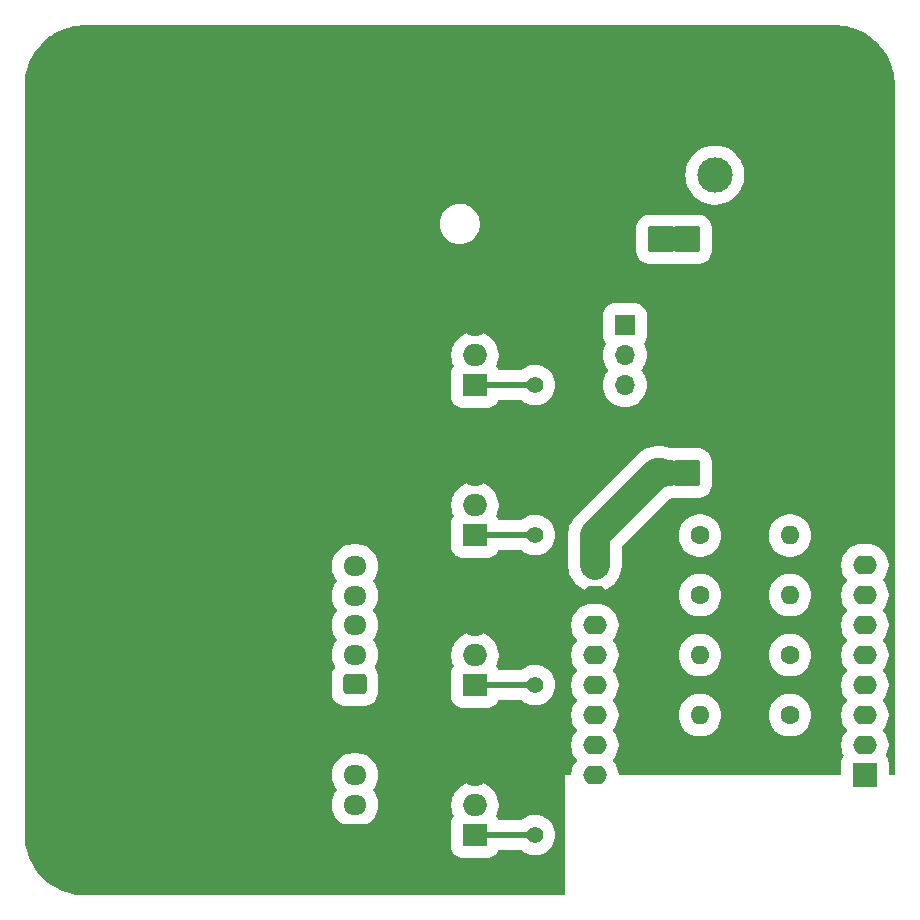
<source format=gbl>
G04 #@! TF.GenerationSoftware,KiCad,Pcbnew,8.0.4*
G04 #@! TF.CreationDate,2024-08-20T20:08:57+02:00*
G04 #@! TF.ProjectId,rgb_controller,7267625f-636f-46e7-9472-6f6c6c65722e,rev?*
G04 #@! TF.SameCoordinates,Original*
G04 #@! TF.FileFunction,Copper,L2,Bot*
G04 #@! TF.FilePolarity,Positive*
%FSLAX46Y46*%
G04 Gerber Fmt 4.6, Leading zero omitted, Abs format (unit mm)*
G04 Created by KiCad (PCBNEW 8.0.4) date 2024-08-20 20:08:57*
%MOMM*%
%LPD*%
G01*
G04 APERTURE LIST*
G04 Aperture macros list*
%AMRoundRect*
0 Rectangle with rounded corners*
0 $1 Rounding radius*
0 $2 $3 $4 $5 $6 $7 $8 $9 X,Y pos of 4 corners*
0 Add a 4 corners polygon primitive as box body*
4,1,4,$2,$3,$4,$5,$6,$7,$8,$9,$2,$3,0*
0 Add four circle primitives for the rounded corners*
1,1,$1+$1,$2,$3*
1,1,$1+$1,$4,$5*
1,1,$1+$1,$6,$7*
1,1,$1+$1,$8,$9*
0 Add four rect primitives between the rounded corners*
20,1,$1+$1,$2,$3,$4,$5,0*
20,1,$1+$1,$4,$5,$6,$7,0*
20,1,$1+$1,$6,$7,$8,$9,0*
20,1,$1+$1,$8,$9,$2,$3,0*%
G04 Aperture macros list end*
G04 #@! TA.AperFunction,ComponentPad*
%ADD10RoundRect,0.250000X0.725000X-0.600000X0.725000X0.600000X-0.725000X0.600000X-0.725000X-0.600000X0*%
G04 #@! TD*
G04 #@! TA.AperFunction,ComponentPad*
%ADD11O,1.950000X1.700000*%
G04 #@! TD*
G04 #@! TA.AperFunction,ComponentPad*
%ADD12R,2.000000X1.905000*%
G04 #@! TD*
G04 #@! TA.AperFunction,ComponentPad*
%ADD13O,2.000000X1.905000*%
G04 #@! TD*
G04 #@! TA.AperFunction,ComponentPad*
%ADD14C,1.400000*%
G04 #@! TD*
G04 #@! TA.AperFunction,ComponentPad*
%ADD15O,1.400000X1.400000*%
G04 #@! TD*
G04 #@! TA.AperFunction,ComponentPad*
%ADD16C,1.600000*%
G04 #@! TD*
G04 #@! TA.AperFunction,ComponentPad*
%ADD17O,1.600000X1.600000*%
G04 #@! TD*
G04 #@! TA.AperFunction,ComponentPad*
%ADD18R,2.000000X2.000000*%
G04 #@! TD*
G04 #@! TA.AperFunction,ComponentPad*
%ADD19O,2.000000X1.600000*%
G04 #@! TD*
G04 #@! TA.AperFunction,ComponentPad*
%ADD20R,3.000000X3.000000*%
G04 #@! TD*
G04 #@! TA.AperFunction,ComponentPad*
%ADD21C,3.000000*%
G04 #@! TD*
G04 #@! TA.AperFunction,ComponentPad*
%ADD22RoundRect,0.200000X0.900000X-0.900000X0.900000X0.900000X-0.900000X0.900000X-0.900000X-0.900000X0*%
G04 #@! TD*
G04 #@! TA.AperFunction,ComponentPad*
%ADD23R,1.700000X1.700000*%
G04 #@! TD*
G04 #@! TA.AperFunction,ComponentPad*
%ADD24O,1.700000X1.700000*%
G04 #@! TD*
G04 #@! TA.AperFunction,Conductor*
%ADD25C,2.540000*%
G04 #@! TD*
G04 #@! TA.AperFunction,Conductor*
%ADD26C,0.508000*%
G04 #@! TD*
G04 APERTURE END LIST*
D10*
X83820000Y-93900000D03*
D11*
X83820000Y-91400000D03*
X83820000Y-88900000D03*
D12*
X93980000Y-68580000D03*
D13*
X93980000Y-66040000D03*
X93980000Y-63500000D03*
D10*
X83820000Y-81200000D03*
D11*
X83820000Y-78700000D03*
X83820000Y-76200000D03*
X83820000Y-73700000D03*
X83820000Y-71200000D03*
D14*
X99060000Y-68580000D03*
D15*
X99060000Y-71120000D03*
D12*
X93980000Y-55880000D03*
D13*
X93980000Y-53340000D03*
X93980000Y-50800000D03*
D14*
X99060000Y-55880000D03*
D15*
X99060000Y-58420000D03*
D16*
X113030000Y-73660000D03*
D17*
X120650000Y-73660000D03*
D18*
X127000000Y-88900000D03*
D19*
X127000000Y-86360000D03*
X127000000Y-83820000D03*
X127000000Y-81280000D03*
X127000000Y-78740000D03*
X127000000Y-76200000D03*
X127000000Y-73660000D03*
X127000000Y-71120000D03*
X104140000Y-71120000D03*
X104140000Y-73660000D03*
X104140000Y-76200000D03*
X104140000Y-78740000D03*
X104140000Y-81280000D03*
X104140000Y-83820000D03*
X104140000Y-86360000D03*
X104140000Y-88900000D03*
D14*
X99060000Y-93980000D03*
D15*
X99060000Y-96520000D03*
D14*
X99060000Y-81280000D03*
D15*
X99060000Y-83820000D03*
D20*
X119380000Y-38100000D03*
D21*
X114300000Y-38100000D03*
D12*
X93980000Y-93980000D03*
D13*
X93980000Y-91440000D03*
X93980000Y-88900000D03*
D22*
X121940000Y-43540000D03*
X124140000Y-43540000D03*
X109740000Y-43540000D03*
X111940000Y-43540000D03*
X121940000Y-63340000D03*
X124140000Y-63340000D03*
X109740000Y-63340000D03*
X111940000Y-63340000D03*
D23*
X106680000Y-50800000D03*
D24*
X106680000Y-53340000D03*
X106680000Y-55880000D03*
D16*
X120650000Y-83820000D03*
D17*
X113030000Y-83820000D03*
D16*
X120650000Y-78740000D03*
D17*
X113030000Y-78740000D03*
D12*
X93980000Y-81280000D03*
D13*
X93980000Y-78740000D03*
X93980000Y-76200000D03*
D16*
X113030000Y-68607215D03*
D17*
X120650000Y-68607215D03*
D25*
X104140000Y-68580000D02*
X104140000Y-71120000D01*
X109740000Y-63340000D02*
X109380000Y-63340000D01*
X109380000Y-63340000D02*
X104140000Y-68580000D01*
D26*
X93980000Y-93980000D02*
X99060000Y-93980000D01*
X93980000Y-81280000D02*
X99060000Y-81280000D01*
X93980000Y-68580000D02*
X99060000Y-68580000D01*
X93980000Y-55880000D02*
X99060000Y-55880000D01*
G04 #@! TA.AperFunction,Conductor*
G36*
X124460642Y-25400007D02*
G01*
X124676973Y-25402365D01*
X124686405Y-25402829D01*
X125117999Y-25440589D01*
X125128719Y-25442000D01*
X125554715Y-25517115D01*
X125565249Y-25519450D01*
X125983101Y-25631413D01*
X125993384Y-25634655D01*
X126399884Y-25782609D01*
X126409850Y-25786737D01*
X126801899Y-25969552D01*
X126811485Y-25974543D01*
X127186092Y-26190822D01*
X127195211Y-26196631D01*
X127549551Y-26444743D01*
X127558119Y-26451317D01*
X127889501Y-26729379D01*
X127897462Y-26736676D01*
X128203323Y-27042537D01*
X128210620Y-27050499D01*
X128488679Y-27381876D01*
X128495256Y-27390448D01*
X128743368Y-27744788D01*
X128749180Y-27753912D01*
X128965454Y-28128510D01*
X128970449Y-28138105D01*
X129153256Y-28530135D01*
X129157396Y-28540130D01*
X129305337Y-28946595D01*
X129308590Y-28956912D01*
X129420546Y-29374739D01*
X129422887Y-29385300D01*
X129497998Y-29811279D01*
X129499410Y-29822003D01*
X129537169Y-30253581D01*
X129537634Y-30263037D01*
X129539993Y-30479357D01*
X129540000Y-30480709D01*
X129540000Y-88776000D01*
X129520315Y-88843039D01*
X129467511Y-88888794D01*
X129416000Y-88900000D01*
X129124499Y-88900000D01*
X129057460Y-88880315D01*
X129011705Y-88827511D01*
X129000499Y-88776000D01*
X129000499Y-87841971D01*
X129000499Y-87841968D01*
X129000499Y-87841964D01*
X128989886Y-87722582D01*
X128933909Y-87526951D01*
X128839698Y-87346593D01*
X128839695Y-87346590D01*
X128839694Y-87346587D01*
X128817481Y-87319345D01*
X128790372Y-87254949D01*
X128802382Y-87186119D01*
X128806188Y-87178999D01*
X128818284Y-87158049D01*
X128908606Y-86939993D01*
X128969693Y-86712014D01*
X129000500Y-86478011D01*
X129000500Y-86241989D01*
X128969693Y-86007986D01*
X128908606Y-85780007D01*
X128818284Y-85561951D01*
X128818282Y-85561948D01*
X128818280Y-85561943D01*
X128776118Y-85488918D01*
X128700273Y-85357550D01*
X128603655Y-85231635D01*
X128554121Y-85167080D01*
X128555286Y-85166185D01*
X128528469Y-85108381D01*
X128537998Y-85039165D01*
X128554619Y-85013302D01*
X128554121Y-85012920D01*
X128608814Y-84941641D01*
X128700273Y-84822450D01*
X128818284Y-84618049D01*
X128908606Y-84399993D01*
X128969693Y-84172014D01*
X129000500Y-83938011D01*
X129000500Y-83701989D01*
X128969693Y-83467986D01*
X128908606Y-83240007D01*
X128818284Y-83021951D01*
X128818282Y-83021948D01*
X128818280Y-83021943D01*
X128743261Y-82892008D01*
X128700273Y-82817550D01*
X128653662Y-82756805D01*
X128554121Y-82627080D01*
X128555286Y-82626185D01*
X128528469Y-82568381D01*
X128537998Y-82499165D01*
X128554619Y-82473302D01*
X128554121Y-82472920D01*
X128694068Y-82290536D01*
X128700273Y-82282450D01*
X128818284Y-82078049D01*
X128908606Y-81859993D01*
X128969693Y-81632014D01*
X129000500Y-81398011D01*
X129000500Y-81161989D01*
X128969693Y-80927986D01*
X128908606Y-80700007D01*
X128818284Y-80481951D01*
X128818282Y-80481948D01*
X128818280Y-80481943D01*
X128773036Y-80403579D01*
X128700273Y-80277550D01*
X128603655Y-80151635D01*
X128554121Y-80087080D01*
X128555286Y-80086185D01*
X128528469Y-80028381D01*
X128537998Y-79959165D01*
X128554619Y-79933302D01*
X128554121Y-79932920D01*
X128646043Y-79813124D01*
X128700273Y-79742450D01*
X128818284Y-79538049D01*
X128908606Y-79319993D01*
X128969693Y-79092014D01*
X129000500Y-78858011D01*
X129000500Y-78621989D01*
X128969693Y-78387986D01*
X128908606Y-78160007D01*
X128818284Y-77941951D01*
X128818282Y-77941948D01*
X128818280Y-77941943D01*
X128776118Y-77868918D01*
X128700273Y-77737550D01*
X128635122Y-77652643D01*
X128554121Y-77547080D01*
X128555286Y-77546185D01*
X128528469Y-77488381D01*
X128537998Y-77419165D01*
X128554619Y-77393302D01*
X128554121Y-77392920D01*
X128608814Y-77321641D01*
X128700273Y-77202450D01*
X128818284Y-76998049D01*
X128908606Y-76779993D01*
X128969693Y-76552014D01*
X129000500Y-76318011D01*
X129000500Y-76081989D01*
X128969693Y-75847986D01*
X128908606Y-75620007D01*
X128818284Y-75401951D01*
X128818282Y-75401948D01*
X128818280Y-75401943D01*
X128776118Y-75328918D01*
X128700273Y-75197550D01*
X128603655Y-75071635D01*
X128554121Y-75007080D01*
X128555286Y-75006185D01*
X128528469Y-74948381D01*
X128537998Y-74879165D01*
X128554619Y-74853302D01*
X128554121Y-74852920D01*
X128648218Y-74730289D01*
X128700273Y-74662450D01*
X128818284Y-74458049D01*
X128908606Y-74239993D01*
X128969693Y-74012014D01*
X129000500Y-73778011D01*
X129000500Y-73541989D01*
X128969693Y-73307986D01*
X128908606Y-73080007D01*
X128818284Y-72861951D01*
X128818282Y-72861948D01*
X128818280Y-72861943D01*
X128776118Y-72788918D01*
X128700273Y-72657550D01*
X128585618Y-72508128D01*
X128554121Y-72467080D01*
X128555286Y-72466185D01*
X128528469Y-72408381D01*
X128537998Y-72339165D01*
X128554619Y-72313302D01*
X128554121Y-72312920D01*
X128617525Y-72230289D01*
X128700273Y-72122450D01*
X128818284Y-71918049D01*
X128908606Y-71699993D01*
X128969693Y-71472014D01*
X129000500Y-71238011D01*
X129000500Y-71001989D01*
X128969693Y-70767986D01*
X128908606Y-70540007D01*
X128818284Y-70321951D01*
X128818282Y-70321948D01*
X128818280Y-70321943D01*
X128731057Y-70170870D01*
X128700273Y-70117550D01*
X128592627Y-69977263D01*
X128556593Y-69930302D01*
X128556587Y-69930295D01*
X128389704Y-69763412D01*
X128389697Y-69763406D01*
X128202454Y-69619730D01*
X128202453Y-69619729D01*
X128202450Y-69619727D01*
X128119495Y-69571833D01*
X127998056Y-69501719D01*
X127998045Y-69501714D01*
X127779993Y-69411394D01*
X127702445Y-69390615D01*
X127552014Y-69350307D01*
X127552013Y-69350306D01*
X127552010Y-69350306D01*
X127318020Y-69319501D01*
X127318017Y-69319500D01*
X127318011Y-69319500D01*
X126681989Y-69319500D01*
X126681983Y-69319500D01*
X126681979Y-69319501D01*
X126447989Y-69350306D01*
X126220006Y-69411394D01*
X126001954Y-69501714D01*
X126001943Y-69501719D01*
X125797545Y-69619730D01*
X125610302Y-69763406D01*
X125610295Y-69763412D01*
X125443412Y-69930295D01*
X125443406Y-69930302D01*
X125299730Y-70117545D01*
X125181719Y-70321943D01*
X125181714Y-70321954D01*
X125091394Y-70540006D01*
X125030306Y-70767989D01*
X124999501Y-71001979D01*
X124999500Y-71001995D01*
X124999500Y-71238004D01*
X124999501Y-71238020D01*
X125030306Y-71472010D01*
X125091394Y-71699993D01*
X125181714Y-71918045D01*
X125181719Y-71918056D01*
X125240696Y-72020205D01*
X125299727Y-72122450D01*
X125299729Y-72122453D01*
X125299730Y-72122454D01*
X125445879Y-72312920D01*
X125444720Y-72313808D01*
X125471537Y-72371662D01*
X125461983Y-72440876D01*
X125445385Y-72466701D01*
X125445879Y-72467080D01*
X125299730Y-72657545D01*
X125181719Y-72861943D01*
X125181714Y-72861954D01*
X125091394Y-73080006D01*
X125030306Y-73307989D01*
X124999501Y-73541979D01*
X124999500Y-73541995D01*
X124999500Y-73778004D01*
X124999501Y-73778020D01*
X125030306Y-74012010D01*
X125091394Y-74239993D01*
X125181714Y-74458045D01*
X125181719Y-74458056D01*
X125252677Y-74580957D01*
X125299727Y-74662450D01*
X125299729Y-74662453D01*
X125299730Y-74662454D01*
X125445879Y-74852920D01*
X125444720Y-74853808D01*
X125471537Y-74911662D01*
X125461983Y-74980876D01*
X125445385Y-75006701D01*
X125445879Y-75007080D01*
X125299730Y-75197545D01*
X125181719Y-75401943D01*
X125181714Y-75401954D01*
X125091394Y-75620006D01*
X125030306Y-75847989D01*
X124999501Y-76081979D01*
X124999500Y-76081995D01*
X124999500Y-76318004D01*
X124999501Y-76318020D01*
X125030306Y-76552010D01*
X125091394Y-76779993D01*
X125181714Y-76998045D01*
X125181719Y-76998056D01*
X125247882Y-77112652D01*
X125299727Y-77202450D01*
X125299729Y-77202453D01*
X125299730Y-77202454D01*
X125445879Y-77392920D01*
X125444720Y-77393808D01*
X125471537Y-77451662D01*
X125461983Y-77520876D01*
X125445385Y-77546701D01*
X125445879Y-77547080D01*
X125299730Y-77737545D01*
X125181719Y-77941943D01*
X125181714Y-77941954D01*
X125091394Y-78160006D01*
X125030306Y-78387989D01*
X124999501Y-78621979D01*
X124999500Y-78621995D01*
X124999500Y-78858004D01*
X124999501Y-78858020D01*
X125030306Y-79092010D01*
X125091394Y-79319993D01*
X125181714Y-79538045D01*
X125181719Y-79538056D01*
X125252677Y-79660957D01*
X125299727Y-79742450D01*
X125299729Y-79742453D01*
X125299730Y-79742454D01*
X125445879Y-79932920D01*
X125444720Y-79933808D01*
X125471537Y-79991662D01*
X125461983Y-80060876D01*
X125445385Y-80086701D01*
X125445879Y-80087080D01*
X125299730Y-80277545D01*
X125181719Y-80481943D01*
X125181714Y-80481954D01*
X125091394Y-80700006D01*
X125030306Y-80927989D01*
X124999501Y-81161979D01*
X124999500Y-81161995D01*
X124999500Y-81398004D01*
X124999501Y-81398020D01*
X125030306Y-81632010D01*
X125091394Y-81859993D01*
X125181714Y-82078045D01*
X125181719Y-82078056D01*
X125252677Y-82200957D01*
X125299727Y-82282450D01*
X125299729Y-82282453D01*
X125299730Y-82282454D01*
X125445879Y-82472920D01*
X125444720Y-82473808D01*
X125471537Y-82531662D01*
X125461983Y-82600876D01*
X125445385Y-82626701D01*
X125445879Y-82627080D01*
X125299730Y-82817545D01*
X125181719Y-83021943D01*
X125181714Y-83021954D01*
X125091394Y-83240006D01*
X125030306Y-83467989D01*
X124999501Y-83701979D01*
X124999500Y-83701995D01*
X124999500Y-83938004D01*
X124999501Y-83938020D01*
X125030306Y-84172010D01*
X125091394Y-84399993D01*
X125181714Y-84618045D01*
X125181719Y-84618056D01*
X125252677Y-84740957D01*
X125299727Y-84822450D01*
X125299729Y-84822453D01*
X125299730Y-84822454D01*
X125445879Y-85012920D01*
X125444720Y-85013808D01*
X125471537Y-85071662D01*
X125461983Y-85140876D01*
X125445385Y-85166701D01*
X125445879Y-85167080D01*
X125299730Y-85357545D01*
X125181719Y-85561943D01*
X125181714Y-85561954D01*
X125091394Y-85780006D01*
X125030306Y-86007989D01*
X124999501Y-86241979D01*
X124999500Y-86241995D01*
X124999500Y-86478004D01*
X124999501Y-86478020D01*
X125030306Y-86712010D01*
X125091394Y-86939993D01*
X125181713Y-87158042D01*
X125181715Y-87158047D01*
X125193804Y-87178986D01*
X125210275Y-87246887D01*
X125187423Y-87312913D01*
X125182520Y-87319344D01*
X125160303Y-87346591D01*
X125066089Y-87526954D01*
X125010114Y-87722583D01*
X125010113Y-87722586D01*
X125002607Y-87807016D01*
X124999500Y-87841963D01*
X124999500Y-88776001D01*
X124979817Y-88843039D01*
X124927013Y-88888794D01*
X124875501Y-88900000D01*
X106264374Y-88900000D01*
X106197335Y-88880315D01*
X106151580Y-88827511D01*
X106141114Y-88786001D01*
X106141030Y-88786013D01*
X106140934Y-88785286D01*
X106140640Y-88784119D01*
X106140500Y-88781989D01*
X106109693Y-88547989D01*
X106109693Y-88547986D01*
X106048606Y-88320007D01*
X105958284Y-88101951D01*
X105958282Y-88101948D01*
X105958280Y-88101943D01*
X105916118Y-88028918D01*
X105840273Y-87897550D01*
X105797626Y-87841971D01*
X105694121Y-87707080D01*
X105695286Y-87706185D01*
X105668469Y-87648381D01*
X105677998Y-87579165D01*
X105694619Y-87553302D01*
X105694121Y-87552920D01*
X105748814Y-87481641D01*
X105840273Y-87362450D01*
X105958284Y-87158049D01*
X106048606Y-86939993D01*
X106109693Y-86712014D01*
X106140500Y-86478011D01*
X106140500Y-86241989D01*
X106109693Y-86007986D01*
X106048606Y-85780007D01*
X105958284Y-85561951D01*
X105958282Y-85561948D01*
X105958280Y-85561943D01*
X105916118Y-85488918D01*
X105840273Y-85357550D01*
X105743655Y-85231635D01*
X105694121Y-85167080D01*
X105695286Y-85166185D01*
X105668469Y-85108381D01*
X105677998Y-85039165D01*
X105694619Y-85013302D01*
X105694121Y-85012920D01*
X105748814Y-84941641D01*
X105840273Y-84822450D01*
X105958284Y-84618049D01*
X106048606Y-84399993D01*
X106109693Y-84172014D01*
X106140500Y-83938011D01*
X106140500Y-83819995D01*
X111224451Y-83819995D01*
X111224451Y-83820004D01*
X111244616Y-84089101D01*
X111304664Y-84352188D01*
X111304666Y-84352195D01*
X111323425Y-84399993D01*
X111403257Y-84603398D01*
X111538185Y-84837102D01*
X111674080Y-85007509D01*
X111706442Y-85048089D01*
X111893183Y-85221358D01*
X111904259Y-85231635D01*
X112127226Y-85383651D01*
X112370359Y-85500738D01*
X112628228Y-85580280D01*
X112628229Y-85580280D01*
X112628232Y-85580281D01*
X112895063Y-85620499D01*
X112895068Y-85620499D01*
X112895071Y-85620500D01*
X112895072Y-85620500D01*
X113164928Y-85620500D01*
X113164929Y-85620500D01*
X113164936Y-85620499D01*
X113431767Y-85580281D01*
X113431768Y-85580280D01*
X113431772Y-85580280D01*
X113689641Y-85500738D01*
X113932775Y-85383651D01*
X114155741Y-85231635D01*
X114353561Y-85048085D01*
X114521815Y-84837102D01*
X114656743Y-84603398D01*
X114755334Y-84352195D01*
X114815383Y-84089103D01*
X114835549Y-83820000D01*
X114835549Y-83819995D01*
X118844451Y-83819995D01*
X118844451Y-83820004D01*
X118864616Y-84089101D01*
X118924664Y-84352188D01*
X118924666Y-84352195D01*
X118943425Y-84399993D01*
X119023257Y-84603398D01*
X119158185Y-84837102D01*
X119294080Y-85007509D01*
X119326442Y-85048089D01*
X119513183Y-85221358D01*
X119524259Y-85231635D01*
X119747226Y-85383651D01*
X119990359Y-85500738D01*
X120248228Y-85580280D01*
X120248229Y-85580280D01*
X120248232Y-85580281D01*
X120515063Y-85620499D01*
X120515068Y-85620499D01*
X120515071Y-85620500D01*
X120515072Y-85620500D01*
X120784928Y-85620500D01*
X120784929Y-85620500D01*
X120784936Y-85620499D01*
X121051767Y-85580281D01*
X121051768Y-85580280D01*
X121051772Y-85580280D01*
X121309641Y-85500738D01*
X121552775Y-85383651D01*
X121775741Y-85231635D01*
X121973561Y-85048085D01*
X122141815Y-84837102D01*
X122276743Y-84603398D01*
X122375334Y-84352195D01*
X122435383Y-84089103D01*
X122455549Y-83820000D01*
X122435383Y-83550897D01*
X122375334Y-83287805D01*
X122276743Y-83036602D01*
X122141815Y-82802898D01*
X121973561Y-82591915D01*
X121973560Y-82591914D01*
X121973557Y-82591910D01*
X121775741Y-82408365D01*
X121552775Y-82256349D01*
X121552769Y-82256346D01*
X121552768Y-82256345D01*
X121552767Y-82256344D01*
X121309643Y-82139263D01*
X121309645Y-82139263D01*
X121051773Y-82059720D01*
X121051767Y-82059718D01*
X120784936Y-82019500D01*
X120784929Y-82019500D01*
X120515071Y-82019500D01*
X120515063Y-82019500D01*
X120248232Y-82059718D01*
X120248226Y-82059720D01*
X119990358Y-82139262D01*
X119747230Y-82256346D01*
X119524258Y-82408365D01*
X119326442Y-82591910D01*
X119158185Y-82802898D01*
X119023258Y-83036599D01*
X119023256Y-83036603D01*
X118924666Y-83287804D01*
X118924664Y-83287811D01*
X118864616Y-83550898D01*
X118844451Y-83819995D01*
X114835549Y-83819995D01*
X114815383Y-83550897D01*
X114755334Y-83287805D01*
X114656743Y-83036602D01*
X114521815Y-82802898D01*
X114353561Y-82591915D01*
X114353560Y-82591914D01*
X114353557Y-82591910D01*
X114155741Y-82408365D01*
X113932775Y-82256349D01*
X113932769Y-82256346D01*
X113932768Y-82256345D01*
X113932767Y-82256344D01*
X113689643Y-82139263D01*
X113689645Y-82139263D01*
X113431773Y-82059720D01*
X113431767Y-82059718D01*
X113164936Y-82019500D01*
X113164929Y-82019500D01*
X112895071Y-82019500D01*
X112895063Y-82019500D01*
X112628232Y-82059718D01*
X112628226Y-82059720D01*
X112370358Y-82139262D01*
X112127230Y-82256346D01*
X111904258Y-82408365D01*
X111706442Y-82591910D01*
X111538185Y-82802898D01*
X111403258Y-83036599D01*
X111403256Y-83036603D01*
X111304666Y-83287804D01*
X111304664Y-83287811D01*
X111244616Y-83550898D01*
X111224451Y-83819995D01*
X106140500Y-83819995D01*
X106140500Y-83701989D01*
X106109693Y-83467986D01*
X106048606Y-83240007D01*
X105958284Y-83021951D01*
X105958282Y-83021948D01*
X105958280Y-83021943D01*
X105883261Y-82892008D01*
X105840273Y-82817550D01*
X105793662Y-82756805D01*
X105694121Y-82627080D01*
X105695286Y-82626185D01*
X105668469Y-82568381D01*
X105677998Y-82499165D01*
X105694619Y-82473302D01*
X105694121Y-82472920D01*
X105834068Y-82290536D01*
X105840273Y-82282450D01*
X105958284Y-82078049D01*
X106048606Y-81859993D01*
X106109693Y-81632014D01*
X106140500Y-81398011D01*
X106140500Y-81161989D01*
X106109693Y-80927986D01*
X106048606Y-80700007D01*
X105958284Y-80481951D01*
X105958282Y-80481948D01*
X105958280Y-80481943D01*
X105913036Y-80403579D01*
X105840273Y-80277550D01*
X105743655Y-80151635D01*
X105694121Y-80087080D01*
X105695286Y-80086185D01*
X105668469Y-80028381D01*
X105677998Y-79959165D01*
X105694619Y-79933302D01*
X105694121Y-79932920D01*
X105786043Y-79813124D01*
X105840273Y-79742450D01*
X105958284Y-79538049D01*
X106048606Y-79319993D01*
X106109693Y-79092014D01*
X106140500Y-78858011D01*
X106140500Y-78739995D01*
X111224451Y-78739995D01*
X111224451Y-78740004D01*
X111244616Y-79009101D01*
X111304664Y-79272188D01*
X111304666Y-79272195D01*
X111402006Y-79520212D01*
X111403257Y-79523398D01*
X111538185Y-79757102D01*
X111674080Y-79927509D01*
X111706442Y-79968089D01*
X111870295Y-80120121D01*
X111904259Y-80151635D01*
X112127226Y-80303651D01*
X112370359Y-80420738D01*
X112628228Y-80500280D01*
X112628229Y-80500280D01*
X112628232Y-80500281D01*
X112895063Y-80540499D01*
X112895068Y-80540499D01*
X112895071Y-80540500D01*
X112895072Y-80540500D01*
X113164928Y-80540500D01*
X113164929Y-80540500D01*
X113164936Y-80540499D01*
X113431767Y-80500281D01*
X113431768Y-80500280D01*
X113431772Y-80500280D01*
X113689641Y-80420738D01*
X113932775Y-80303651D01*
X114155741Y-80151635D01*
X114328151Y-79991662D01*
X114353557Y-79968089D01*
X114353557Y-79968087D01*
X114353561Y-79968085D01*
X114521815Y-79757102D01*
X114656743Y-79523398D01*
X114755334Y-79272195D01*
X114815383Y-79009103D01*
X114826706Y-78858004D01*
X114835549Y-78740004D01*
X114835549Y-78739995D01*
X118844451Y-78739995D01*
X118844451Y-78740004D01*
X118864616Y-79009101D01*
X118924664Y-79272188D01*
X118924666Y-79272195D01*
X119022006Y-79520212D01*
X119023257Y-79523398D01*
X119158185Y-79757102D01*
X119294080Y-79927509D01*
X119326442Y-79968089D01*
X119490295Y-80120121D01*
X119524259Y-80151635D01*
X119747226Y-80303651D01*
X119990359Y-80420738D01*
X120248228Y-80500280D01*
X120248229Y-80500280D01*
X120248232Y-80500281D01*
X120515063Y-80540499D01*
X120515068Y-80540499D01*
X120515071Y-80540500D01*
X120515072Y-80540500D01*
X120784928Y-80540500D01*
X120784929Y-80540500D01*
X120784936Y-80540499D01*
X121051767Y-80500281D01*
X121051768Y-80500280D01*
X121051772Y-80500280D01*
X121309641Y-80420738D01*
X121552775Y-80303651D01*
X121775741Y-80151635D01*
X121948151Y-79991662D01*
X121973557Y-79968089D01*
X121973557Y-79968087D01*
X121973561Y-79968085D01*
X122141815Y-79757102D01*
X122276743Y-79523398D01*
X122375334Y-79272195D01*
X122435383Y-79009103D01*
X122446706Y-78858004D01*
X122455549Y-78740004D01*
X122455549Y-78739995D01*
X122435383Y-78470898D01*
X122375335Y-78207811D01*
X122375334Y-78207805D01*
X122276743Y-77956602D01*
X122141815Y-77722898D01*
X121973561Y-77511915D01*
X121973560Y-77511914D01*
X121973557Y-77511910D01*
X121775741Y-77328365D01*
X121552775Y-77176349D01*
X121552769Y-77176346D01*
X121552768Y-77176345D01*
X121552767Y-77176344D01*
X121309643Y-77059263D01*
X121309645Y-77059263D01*
X121051773Y-76979720D01*
X121051767Y-76979718D01*
X120784936Y-76939500D01*
X120784929Y-76939500D01*
X120515071Y-76939500D01*
X120515063Y-76939500D01*
X120248232Y-76979718D01*
X120248226Y-76979720D01*
X119990358Y-77059262D01*
X119747230Y-77176346D01*
X119524258Y-77328365D01*
X119326442Y-77511910D01*
X119158185Y-77722898D01*
X119023258Y-77956599D01*
X119023256Y-77956603D01*
X118924666Y-78207804D01*
X118924664Y-78207811D01*
X118864616Y-78470898D01*
X118844451Y-78739995D01*
X114835549Y-78739995D01*
X114815383Y-78470898D01*
X114755335Y-78207811D01*
X114755334Y-78207805D01*
X114656743Y-77956602D01*
X114521815Y-77722898D01*
X114353561Y-77511915D01*
X114353560Y-77511914D01*
X114353557Y-77511910D01*
X114155741Y-77328365D01*
X113932775Y-77176349D01*
X113932769Y-77176346D01*
X113932768Y-77176345D01*
X113932767Y-77176344D01*
X113689643Y-77059263D01*
X113689645Y-77059263D01*
X113431773Y-76979720D01*
X113431767Y-76979718D01*
X113164936Y-76939500D01*
X113164929Y-76939500D01*
X112895071Y-76939500D01*
X112895063Y-76939500D01*
X112628232Y-76979718D01*
X112628226Y-76979720D01*
X112370358Y-77059262D01*
X112127230Y-77176346D01*
X111904258Y-77328365D01*
X111706442Y-77511910D01*
X111538185Y-77722898D01*
X111403258Y-77956599D01*
X111403256Y-77956603D01*
X111304666Y-78207804D01*
X111304664Y-78207811D01*
X111244616Y-78470898D01*
X111224451Y-78739995D01*
X106140500Y-78739995D01*
X106140500Y-78621989D01*
X106109693Y-78387986D01*
X106048606Y-78160007D01*
X105958284Y-77941951D01*
X105958282Y-77941948D01*
X105958280Y-77941943D01*
X105916118Y-77868918D01*
X105840273Y-77737550D01*
X105775122Y-77652643D01*
X105694121Y-77547080D01*
X105695286Y-77546185D01*
X105668469Y-77488381D01*
X105677998Y-77419165D01*
X105694619Y-77393302D01*
X105694121Y-77392920D01*
X105748814Y-77321641D01*
X105840273Y-77202450D01*
X105958284Y-76998049D01*
X106048606Y-76779993D01*
X106109693Y-76552014D01*
X106140500Y-76318011D01*
X106140500Y-76081989D01*
X106109693Y-75847986D01*
X106048606Y-75620007D01*
X105958284Y-75401951D01*
X105958282Y-75401948D01*
X105958280Y-75401943D01*
X105916118Y-75328918D01*
X105840273Y-75197550D01*
X105696592Y-75010301D01*
X105696587Y-75010295D01*
X105529704Y-74843412D01*
X105529697Y-74843406D01*
X105342454Y-74699730D01*
X105342453Y-74699729D01*
X105342450Y-74699727D01*
X105260957Y-74652677D01*
X105138056Y-74581719D01*
X105138045Y-74581714D01*
X104919993Y-74491394D01*
X104795533Y-74458045D01*
X104692014Y-74430307D01*
X104692013Y-74430306D01*
X104692010Y-74430306D01*
X104458020Y-74399501D01*
X104458017Y-74399500D01*
X104458011Y-74399500D01*
X103821989Y-74399500D01*
X103821983Y-74399500D01*
X103821979Y-74399501D01*
X103587989Y-74430306D01*
X103360006Y-74491394D01*
X103141954Y-74581714D01*
X103141943Y-74581719D01*
X102937545Y-74699730D01*
X102750302Y-74843406D01*
X102750295Y-74843412D01*
X102583412Y-75010295D01*
X102583406Y-75010302D01*
X102439730Y-75197545D01*
X102321719Y-75401943D01*
X102321714Y-75401954D01*
X102231394Y-75620006D01*
X102170306Y-75847989D01*
X102139501Y-76081979D01*
X102139500Y-76081995D01*
X102139500Y-76318004D01*
X102139501Y-76318020D01*
X102170306Y-76552010D01*
X102231394Y-76779993D01*
X102321714Y-76998045D01*
X102321719Y-76998056D01*
X102387882Y-77112652D01*
X102439727Y-77202450D01*
X102439729Y-77202453D01*
X102439730Y-77202454D01*
X102585879Y-77392920D01*
X102584720Y-77393808D01*
X102611537Y-77451662D01*
X102601983Y-77520876D01*
X102585385Y-77546701D01*
X102585879Y-77547080D01*
X102439730Y-77737545D01*
X102321719Y-77941943D01*
X102321714Y-77941954D01*
X102231394Y-78160006D01*
X102170306Y-78387989D01*
X102139501Y-78621979D01*
X102139500Y-78621995D01*
X102139500Y-78858004D01*
X102139501Y-78858020D01*
X102170306Y-79092010D01*
X102231394Y-79319993D01*
X102321714Y-79538045D01*
X102321719Y-79538056D01*
X102392677Y-79660957D01*
X102439727Y-79742450D01*
X102439729Y-79742453D01*
X102439730Y-79742454D01*
X102585879Y-79932920D01*
X102584720Y-79933808D01*
X102611537Y-79991662D01*
X102601983Y-80060876D01*
X102585385Y-80086701D01*
X102585879Y-80087080D01*
X102439730Y-80277545D01*
X102321719Y-80481943D01*
X102321714Y-80481954D01*
X102231394Y-80700006D01*
X102170306Y-80927989D01*
X102139501Y-81161979D01*
X102139500Y-81161995D01*
X102139500Y-81398004D01*
X102139501Y-81398020D01*
X102170306Y-81632010D01*
X102231394Y-81859993D01*
X102321714Y-82078045D01*
X102321719Y-82078056D01*
X102392677Y-82200957D01*
X102439727Y-82282450D01*
X102439729Y-82282453D01*
X102439730Y-82282454D01*
X102585879Y-82472920D01*
X102584720Y-82473808D01*
X102611537Y-82531662D01*
X102601983Y-82600876D01*
X102585385Y-82626701D01*
X102585879Y-82627080D01*
X102439730Y-82817545D01*
X102321719Y-83021943D01*
X102321714Y-83021954D01*
X102231394Y-83240006D01*
X102170306Y-83467989D01*
X102139501Y-83701979D01*
X102139500Y-83701995D01*
X102139500Y-83938004D01*
X102139501Y-83938020D01*
X102170306Y-84172010D01*
X102231394Y-84399993D01*
X102321714Y-84618045D01*
X102321719Y-84618056D01*
X102392677Y-84740957D01*
X102439727Y-84822450D01*
X102439729Y-84822453D01*
X102439730Y-84822454D01*
X102585879Y-85012920D01*
X102584720Y-85013808D01*
X102611537Y-85071662D01*
X102601983Y-85140876D01*
X102585385Y-85166701D01*
X102585879Y-85167080D01*
X102439730Y-85357545D01*
X102321719Y-85561943D01*
X102321714Y-85561954D01*
X102231394Y-85780006D01*
X102170306Y-86007989D01*
X102139501Y-86241979D01*
X102139500Y-86241995D01*
X102139500Y-86478004D01*
X102139501Y-86478020D01*
X102170306Y-86712010D01*
X102231394Y-86939993D01*
X102321714Y-87158045D01*
X102321719Y-87158056D01*
X102376569Y-87253058D01*
X102439727Y-87362450D01*
X102439729Y-87362453D01*
X102439730Y-87362454D01*
X102585879Y-87552920D01*
X102584720Y-87553808D01*
X102611537Y-87611662D01*
X102601983Y-87680876D01*
X102585385Y-87706701D01*
X102585879Y-87707080D01*
X102439730Y-87897545D01*
X102321719Y-88101943D01*
X102321714Y-88101954D01*
X102231394Y-88320006D01*
X102170306Y-88547989D01*
X102139499Y-88781989D01*
X102139360Y-88784119D01*
X102139140Y-88784718D01*
X102138970Y-88786013D01*
X102138680Y-88785974D01*
X102115328Y-88849726D01*
X102059641Y-88891925D01*
X102015626Y-88900000D01*
X101600000Y-88900000D01*
X101600000Y-98936000D01*
X101580315Y-99003039D01*
X101527511Y-99048794D01*
X101476000Y-99060000D01*
X78740000Y-99060000D01*
X60960710Y-99060000D01*
X60959358Y-99059993D01*
X60743037Y-99057634D01*
X60733581Y-99057169D01*
X60302003Y-99019410D01*
X60291279Y-99017998D01*
X59865300Y-98942887D01*
X59854739Y-98940546D01*
X59436912Y-98828590D01*
X59426601Y-98825339D01*
X59020127Y-98677394D01*
X59010135Y-98673256D01*
X58618105Y-98490449D01*
X58608510Y-98485454D01*
X58233912Y-98269180D01*
X58224788Y-98263368D01*
X57870448Y-98015256D01*
X57861876Y-98008679D01*
X57530499Y-97730620D01*
X57522537Y-97723323D01*
X57216676Y-97417462D01*
X57209379Y-97409501D01*
X56931317Y-97078119D01*
X56924743Y-97069551D01*
X56676631Y-96715211D01*
X56670819Y-96706087D01*
X56454545Y-96331489D01*
X56449550Y-96321894D01*
X56266737Y-95929850D01*
X56262609Y-95919884D01*
X56114655Y-95513384D01*
X56111413Y-95503101D01*
X55999450Y-95085249D01*
X55997115Y-95074715D01*
X55922000Y-94648719D01*
X55920589Y-94637996D01*
X55882830Y-94206418D01*
X55882365Y-94196962D01*
X55880007Y-93980642D01*
X55880000Y-93979290D01*
X55880000Y-88778711D01*
X81844500Y-88778711D01*
X81844500Y-89021288D01*
X81876161Y-89261785D01*
X81938947Y-89496104D01*
X82017043Y-89684644D01*
X82031776Y-89720212D01*
X82153064Y-89930289D01*
X82153066Y-89930292D01*
X82153067Y-89930293D01*
X82263731Y-90074514D01*
X82288925Y-90139683D01*
X82274887Y-90208128D01*
X82263731Y-90225486D01*
X82153067Y-90369706D01*
X82031777Y-90579785D01*
X82031773Y-90579794D01*
X81938947Y-90803895D01*
X81876161Y-91038214D01*
X81844500Y-91278711D01*
X81844500Y-91521288D01*
X81876161Y-91761785D01*
X81938947Y-91996104D01*
X82031773Y-92220205D01*
X82031776Y-92220212D01*
X82153064Y-92430289D01*
X82153066Y-92430292D01*
X82153067Y-92430293D01*
X82300733Y-92622736D01*
X82300739Y-92622743D01*
X82472256Y-92794260D01*
X82472263Y-92794266D01*
X82545009Y-92850086D01*
X82664711Y-92941936D01*
X82874788Y-93063224D01*
X83098900Y-93156054D01*
X83333211Y-93218838D01*
X83494783Y-93240109D01*
X83573711Y-93250500D01*
X83573712Y-93250500D01*
X84066289Y-93250500D01*
X84114388Y-93244167D01*
X84306789Y-93218838D01*
X84541100Y-93156054D01*
X84765212Y-93063224D01*
X84975289Y-92941936D01*
X85167738Y-92794265D01*
X85339265Y-92622738D01*
X85486936Y-92430289D01*
X85608224Y-92220212D01*
X85701054Y-91996100D01*
X85763838Y-91761789D01*
X85795500Y-91521288D01*
X85795500Y-91311986D01*
X91979500Y-91311986D01*
X91979500Y-91568013D01*
X92005012Y-91761785D01*
X92012917Y-91821829D01*
X92048425Y-91954349D01*
X92079177Y-92069116D01*
X92177144Y-92305631D01*
X92178943Y-92309278D01*
X92177561Y-92309959D01*
X92192519Y-92371646D01*
X92169660Y-92437671D01*
X92164764Y-92444092D01*
X92140303Y-92474091D01*
X92046089Y-92654454D01*
X91990114Y-92850083D01*
X91990113Y-92850086D01*
X91979500Y-92969466D01*
X91979500Y-94990528D01*
X91979501Y-94990534D01*
X91990113Y-95109915D01*
X92046089Y-95305545D01*
X92046090Y-95305548D01*
X92046091Y-95305549D01*
X92140302Y-95485907D01*
X92140304Y-95485909D01*
X92268890Y-95643609D01*
X92314133Y-95680499D01*
X92426593Y-95772198D01*
X92606951Y-95866409D01*
X92802582Y-95922386D01*
X92921963Y-95933000D01*
X95038036Y-95932999D01*
X95157418Y-95922386D01*
X95353049Y-95866409D01*
X95533407Y-95772198D01*
X95691109Y-95643609D01*
X95819698Y-95485907D01*
X95913909Y-95305549D01*
X95913909Y-95305547D01*
X95916239Y-95301088D01*
X95964726Y-95250781D01*
X96026148Y-95234500D01*
X97863264Y-95234500D01*
X97930303Y-95254185D01*
X97947601Y-95267598D01*
X97996783Y-95313232D01*
X98207366Y-95456805D01*
X98207371Y-95456807D01*
X98207372Y-95456808D01*
X98207373Y-95456809D01*
X98324853Y-95513384D01*
X98436992Y-95567387D01*
X98436993Y-95567387D01*
X98436996Y-95567389D01*
X98680542Y-95642513D01*
X98932565Y-95680500D01*
X99187435Y-95680500D01*
X99439458Y-95642513D01*
X99683004Y-95567389D01*
X99912634Y-95456805D01*
X100123217Y-95313232D01*
X100310050Y-95139877D01*
X100468959Y-94940612D01*
X100596393Y-94719888D01*
X100689508Y-94482637D01*
X100746222Y-94234157D01*
X100765268Y-93980000D01*
X100746222Y-93725843D01*
X100689508Y-93477363D01*
X100596393Y-93240112D01*
X100468959Y-93019388D01*
X100310050Y-92820123D01*
X100123217Y-92646768D01*
X99912634Y-92503195D01*
X99912630Y-92503193D01*
X99912627Y-92503191D01*
X99912626Y-92503190D01*
X99683006Y-92392612D01*
X99683008Y-92392612D01*
X99439466Y-92317489D01*
X99439462Y-92317488D01*
X99439458Y-92317487D01*
X99318231Y-92299214D01*
X99187440Y-92279500D01*
X99187435Y-92279500D01*
X98932565Y-92279500D01*
X98932559Y-92279500D01*
X98775609Y-92303157D01*
X98680542Y-92317487D01*
X98680539Y-92317488D01*
X98680533Y-92317489D01*
X98436992Y-92392612D01*
X98207373Y-92503190D01*
X98207372Y-92503191D01*
X97996782Y-92646768D01*
X97965476Y-92675815D01*
X97947603Y-92692399D01*
X97885073Y-92723567D01*
X97863264Y-92725500D01*
X96026148Y-92725500D01*
X95959109Y-92705815D01*
X95916239Y-92658912D01*
X95913909Y-92654451D01*
X95819698Y-92474093D01*
X95795237Y-92444094D01*
X95768128Y-92379700D01*
X95780137Y-92310870D01*
X95781875Y-92307618D01*
X95782854Y-92305634D01*
X95818240Y-92220205D01*
X95880822Y-92069118D01*
X95947083Y-91821829D01*
X95980500Y-91568006D01*
X95980500Y-91311994D01*
X95947083Y-91058171D01*
X95880822Y-90810882D01*
X95822340Y-90669693D01*
X95782855Y-90574368D01*
X95782848Y-90574353D01*
X95654847Y-90352647D01*
X95557273Y-90225487D01*
X95498993Y-90149535D01*
X95498991Y-90149533D01*
X95498988Y-90149529D01*
X95317970Y-89968511D01*
X95268158Y-89930289D01*
X95114857Y-89812656D01*
X95114852Y-89812652D01*
X94893146Y-89684651D01*
X94893131Y-89684644D01*
X94656616Y-89586677D01*
X94541849Y-89555925D01*
X94409329Y-89520417D01*
X94352923Y-89512991D01*
X94155513Y-89487000D01*
X94155506Y-89487000D01*
X93804494Y-89487000D01*
X93804486Y-89487000D01*
X93578873Y-89516704D01*
X93550671Y-89520417D01*
X93484411Y-89538171D01*
X93303383Y-89586677D01*
X93066868Y-89684644D01*
X93066853Y-89684651D01*
X92845147Y-89812652D01*
X92642029Y-89968511D01*
X92461011Y-90149529D01*
X92305152Y-90352647D01*
X92177151Y-90574353D01*
X92177144Y-90574368D01*
X92079177Y-90810883D01*
X92055165Y-90900499D01*
X92018265Y-91038214D01*
X92012917Y-91058172D01*
X91979500Y-91311986D01*
X85795500Y-91311986D01*
X85795500Y-91278712D01*
X85763838Y-91038211D01*
X85701054Y-90803900D01*
X85608224Y-90579788D01*
X85486936Y-90369711D01*
X85376266Y-90225483D01*
X85351074Y-90160317D01*
X85365112Y-90091873D01*
X85376261Y-90074523D01*
X85486936Y-89930289D01*
X85608224Y-89720212D01*
X85701054Y-89496100D01*
X85763838Y-89261789D01*
X85795500Y-89021288D01*
X85795500Y-88778712D01*
X85763838Y-88538211D01*
X85701054Y-88303900D01*
X85608224Y-88079788D01*
X85486936Y-87869711D01*
X85361854Y-87706701D01*
X85339266Y-87677263D01*
X85339260Y-87677256D01*
X85167743Y-87505739D01*
X85167736Y-87505733D01*
X84975293Y-87358067D01*
X84975292Y-87358066D01*
X84975289Y-87358064D01*
X84765212Y-87236776D01*
X84765205Y-87236773D01*
X84541104Y-87143947D01*
X84306785Y-87081161D01*
X84066289Y-87049500D01*
X84066288Y-87049500D01*
X83573712Y-87049500D01*
X83573711Y-87049500D01*
X83333214Y-87081161D01*
X83098895Y-87143947D01*
X82874794Y-87236773D01*
X82874785Y-87236777D01*
X82664706Y-87358067D01*
X82472263Y-87505733D01*
X82472256Y-87505739D01*
X82300739Y-87677256D01*
X82300733Y-87677263D01*
X82153067Y-87869706D01*
X82031777Y-88079785D01*
X82031773Y-88079794D01*
X81938947Y-88303895D01*
X81876161Y-88538214D01*
X81844500Y-88778711D01*
X55880000Y-88778711D01*
X55880000Y-71078711D01*
X81844500Y-71078711D01*
X81844500Y-71321288D01*
X81864342Y-71472010D01*
X81876162Y-71561789D01*
X81907554Y-71678944D01*
X81938947Y-71796104D01*
X82014814Y-71979262D01*
X82031776Y-72020212D01*
X82153064Y-72230289D01*
X82153066Y-72230292D01*
X82153067Y-72230293D01*
X82263731Y-72374514D01*
X82288925Y-72439683D01*
X82274887Y-72508128D01*
X82263731Y-72525486D01*
X82153067Y-72669706D01*
X82031777Y-72879785D01*
X82031773Y-72879794D01*
X81938947Y-73103895D01*
X81876161Y-73338214D01*
X81844500Y-73578711D01*
X81844500Y-73821288D01*
X81876161Y-74061785D01*
X81938947Y-74296104D01*
X82006027Y-74458049D01*
X82031776Y-74520212D01*
X82153064Y-74730289D01*
X82153066Y-74730292D01*
X82153067Y-74730293D01*
X82263731Y-74874514D01*
X82288925Y-74939683D01*
X82274887Y-75008128D01*
X82263731Y-75025486D01*
X82153067Y-75169706D01*
X82031777Y-75379785D01*
X82031773Y-75379794D01*
X81938947Y-75603895D01*
X81876161Y-75838214D01*
X81844500Y-76078711D01*
X81844500Y-76321288D01*
X81876161Y-76561785D01*
X81938947Y-76796104D01*
X81998344Y-76939500D01*
X82031776Y-77020212D01*
X82153064Y-77230289D01*
X82153066Y-77230292D01*
X82153067Y-77230293D01*
X82263731Y-77374514D01*
X82288925Y-77439683D01*
X82274887Y-77508128D01*
X82263731Y-77525486D01*
X82153067Y-77669706D01*
X82031777Y-77879785D01*
X82031773Y-77879794D01*
X81938947Y-78103895D01*
X81876161Y-78338214D01*
X81844500Y-78578711D01*
X81844500Y-78821288D01*
X81876161Y-79061785D01*
X81938947Y-79296104D01*
X82031773Y-79520205D01*
X82031777Y-79520215D01*
X82124322Y-79680508D01*
X82140795Y-79748409D01*
X82118863Y-79813124D01*
X82002997Y-79980367D01*
X82002991Y-79980377D01*
X81909903Y-80185318D01*
X81909902Y-80185321D01*
X81854905Y-80403579D01*
X81854904Y-80403586D01*
X81844500Y-80535777D01*
X81844500Y-81864208D01*
X81844501Y-81864223D01*
X81854904Y-81996413D01*
X81854905Y-81996420D01*
X81909902Y-82214678D01*
X81909903Y-82214681D01*
X82002991Y-82419622D01*
X82002997Y-82419632D01*
X82131174Y-82604645D01*
X82131178Y-82604650D01*
X82131181Y-82604654D01*
X82290346Y-82763819D01*
X82290350Y-82763822D01*
X82290354Y-82763825D01*
X82367902Y-82817550D01*
X82475374Y-82892007D01*
X82680317Y-82985096D01*
X82680321Y-82985097D01*
X82898579Y-83040094D01*
X82898581Y-83040094D01*
X82898588Y-83040096D01*
X83030783Y-83050500D01*
X84609216Y-83050499D01*
X84741412Y-83040096D01*
X84959683Y-82985096D01*
X85164626Y-82892007D01*
X85349654Y-82763819D01*
X85508819Y-82604654D01*
X85637007Y-82419626D01*
X85730096Y-82214683D01*
X85785096Y-81996412D01*
X85795500Y-81864217D01*
X85795499Y-80535784D01*
X85785096Y-80403588D01*
X85730096Y-80185317D01*
X85637007Y-79980374D01*
X85637005Y-79980371D01*
X85637003Y-79980367D01*
X85521135Y-79813123D01*
X85499138Y-79746807D01*
X85515674Y-79680512D01*
X85608224Y-79520212D01*
X85701054Y-79296100D01*
X85763838Y-79061789D01*
X85795500Y-78821288D01*
X85795500Y-78611986D01*
X91979500Y-78611986D01*
X91979500Y-78868013D01*
X91998076Y-79009101D01*
X92012917Y-79121829D01*
X92048425Y-79254349D01*
X92079177Y-79369116D01*
X92177144Y-79605631D01*
X92178943Y-79609278D01*
X92177561Y-79609959D01*
X92192519Y-79671646D01*
X92169660Y-79737671D01*
X92164764Y-79744092D01*
X92140303Y-79774091D01*
X92046089Y-79954454D01*
X91990114Y-80150083D01*
X91990113Y-80150086D01*
X91979500Y-80269466D01*
X91979500Y-82290528D01*
X91979501Y-82290534D01*
X91990113Y-82409915D01*
X92046089Y-82605545D01*
X92046090Y-82605548D01*
X92046091Y-82605549D01*
X92140302Y-82785907D01*
X92174977Y-82828433D01*
X92268890Y-82943609D01*
X92319772Y-82985097D01*
X92426593Y-83072198D01*
X92606951Y-83166409D01*
X92802582Y-83222386D01*
X92921963Y-83233000D01*
X95038036Y-83232999D01*
X95157418Y-83222386D01*
X95353049Y-83166409D01*
X95533407Y-83072198D01*
X95691109Y-82943609D01*
X95819698Y-82785907D01*
X95913909Y-82605549D01*
X95913909Y-82605547D01*
X95916239Y-82601088D01*
X95964726Y-82550781D01*
X96026148Y-82534500D01*
X97863264Y-82534500D01*
X97930303Y-82554185D01*
X97947601Y-82567598D01*
X97996783Y-82613232D01*
X98207366Y-82756805D01*
X98207371Y-82756807D01*
X98207372Y-82756808D01*
X98207373Y-82756809D01*
X98303079Y-82802898D01*
X98436992Y-82867387D01*
X98436993Y-82867387D01*
X98436996Y-82867389D01*
X98680542Y-82942513D01*
X98932565Y-82980500D01*
X99187435Y-82980500D01*
X99439458Y-82942513D01*
X99683004Y-82867389D01*
X99912634Y-82756805D01*
X100123217Y-82613232D01*
X100310050Y-82439877D01*
X100468959Y-82240612D01*
X100596393Y-82019888D01*
X100689508Y-81782637D01*
X100746222Y-81534157D01*
X100756424Y-81398020D01*
X100765268Y-81280004D01*
X100765268Y-81279995D01*
X100746222Y-81025845D01*
X100723886Y-80927986D01*
X100689508Y-80777363D01*
X100596393Y-80540112D01*
X100468959Y-80319388D01*
X100310050Y-80120123D01*
X100123217Y-79946768D01*
X99912634Y-79803195D01*
X99912630Y-79803193D01*
X99912627Y-79803191D01*
X99912626Y-79803190D01*
X99683006Y-79692612D01*
X99683008Y-79692612D01*
X99439466Y-79617489D01*
X99439462Y-79617488D01*
X99439458Y-79617487D01*
X99318231Y-79599214D01*
X99187440Y-79579500D01*
X99187435Y-79579500D01*
X98932565Y-79579500D01*
X98932559Y-79579500D01*
X98775609Y-79603157D01*
X98680542Y-79617487D01*
X98680539Y-79617488D01*
X98680533Y-79617489D01*
X98436992Y-79692612D01*
X98207373Y-79803190D01*
X98207372Y-79803191D01*
X97996782Y-79946768D01*
X97973804Y-79968089D01*
X97947603Y-79992399D01*
X97885073Y-80023567D01*
X97863264Y-80025500D01*
X96026148Y-80025500D01*
X95959109Y-80005815D01*
X95916239Y-79958912D01*
X95913909Y-79954451D01*
X95819698Y-79774093D01*
X95795237Y-79744094D01*
X95768128Y-79679700D01*
X95780137Y-79610870D01*
X95781875Y-79607618D01*
X95782854Y-79605634D01*
X95818240Y-79520205D01*
X95880822Y-79369118D01*
X95947083Y-79121829D01*
X95980500Y-78868006D01*
X95980500Y-78611994D01*
X95947083Y-78358171D01*
X95880822Y-78110882D01*
X95833518Y-77996682D01*
X95782855Y-77874368D01*
X95782848Y-77874353D01*
X95654847Y-77652647D01*
X95573551Y-77546701D01*
X95498993Y-77449535D01*
X95498991Y-77449533D01*
X95498988Y-77449529D01*
X95317970Y-77268511D01*
X95268158Y-77230289D01*
X95114857Y-77112656D01*
X95114852Y-77112652D01*
X94893146Y-76984651D01*
X94893131Y-76984644D01*
X94656616Y-76886677D01*
X94541849Y-76855925D01*
X94409329Y-76820417D01*
X94352923Y-76812991D01*
X94155513Y-76787000D01*
X94155506Y-76787000D01*
X93804494Y-76787000D01*
X93804486Y-76787000D01*
X93578873Y-76816704D01*
X93550671Y-76820417D01*
X93484411Y-76838171D01*
X93303383Y-76886677D01*
X93066868Y-76984644D01*
X93066853Y-76984651D01*
X92845147Y-77112652D01*
X92642029Y-77268511D01*
X92461011Y-77449529D01*
X92305152Y-77652647D01*
X92177151Y-77874353D01*
X92177144Y-77874368D01*
X92079177Y-78110883D01*
X92053206Y-78207811D01*
X92018265Y-78338214D01*
X92012917Y-78358172D01*
X91979500Y-78611986D01*
X85795500Y-78611986D01*
X85795500Y-78578712D01*
X85763838Y-78338211D01*
X85701054Y-78103900D01*
X85608224Y-77879788D01*
X85486936Y-77669711D01*
X85376266Y-77525483D01*
X85351074Y-77460317D01*
X85365112Y-77391873D01*
X85376261Y-77374523D01*
X85486936Y-77230289D01*
X85608224Y-77020212D01*
X85701054Y-76796100D01*
X85763838Y-76561789D01*
X85795500Y-76321288D01*
X85795500Y-76078712D01*
X85763838Y-75838211D01*
X85701054Y-75603900D01*
X85608224Y-75379788D01*
X85486936Y-75169711D01*
X85376266Y-75025483D01*
X85351074Y-74960317D01*
X85365112Y-74891873D01*
X85376261Y-74874523D01*
X85486936Y-74730289D01*
X85608224Y-74520212D01*
X85701054Y-74296100D01*
X85763838Y-74061789D01*
X85795500Y-73821288D01*
X85795500Y-73659995D01*
X111224451Y-73659995D01*
X111224451Y-73660004D01*
X111244616Y-73929101D01*
X111304664Y-74192188D01*
X111304666Y-74192195D01*
X111386028Y-74399501D01*
X111403257Y-74443398D01*
X111538185Y-74677102D01*
X111580604Y-74730293D01*
X111706442Y-74888089D01*
X111854522Y-75025486D01*
X111904259Y-75071635D01*
X112127226Y-75223651D01*
X112370359Y-75340738D01*
X112628228Y-75420280D01*
X112628229Y-75420280D01*
X112628232Y-75420281D01*
X112895063Y-75460499D01*
X112895068Y-75460499D01*
X112895071Y-75460500D01*
X112895072Y-75460500D01*
X113164928Y-75460500D01*
X113164929Y-75460500D01*
X113164936Y-75460499D01*
X113431767Y-75420281D01*
X113431768Y-75420280D01*
X113431772Y-75420280D01*
X113689641Y-75340738D01*
X113932775Y-75223651D01*
X114155741Y-75071635D01*
X114353561Y-74888085D01*
X114521815Y-74677102D01*
X114656743Y-74443398D01*
X114755334Y-74192195D01*
X114815383Y-73929103D01*
X114835549Y-73660000D01*
X114835549Y-73659995D01*
X118844451Y-73659995D01*
X118844451Y-73660004D01*
X118864616Y-73929101D01*
X118924664Y-74192188D01*
X118924666Y-74192195D01*
X119006028Y-74399501D01*
X119023257Y-74443398D01*
X119158185Y-74677102D01*
X119200604Y-74730293D01*
X119326442Y-74888089D01*
X119474522Y-75025486D01*
X119524259Y-75071635D01*
X119747226Y-75223651D01*
X119990359Y-75340738D01*
X120248228Y-75420280D01*
X120248229Y-75420280D01*
X120248232Y-75420281D01*
X120515063Y-75460499D01*
X120515068Y-75460499D01*
X120515071Y-75460500D01*
X120515072Y-75460500D01*
X120784928Y-75460500D01*
X120784929Y-75460500D01*
X120784936Y-75460499D01*
X121051767Y-75420281D01*
X121051768Y-75420280D01*
X121051772Y-75420280D01*
X121309641Y-75340738D01*
X121552775Y-75223651D01*
X121775741Y-75071635D01*
X121973561Y-74888085D01*
X122141815Y-74677102D01*
X122276743Y-74443398D01*
X122375334Y-74192195D01*
X122435383Y-73929103D01*
X122455549Y-73660000D01*
X122449457Y-73578712D01*
X122435383Y-73390898D01*
X122375335Y-73127811D01*
X122375334Y-73127805D01*
X122276743Y-72876602D01*
X122141815Y-72642898D01*
X121973561Y-72431915D01*
X121973560Y-72431914D01*
X121973557Y-72431910D01*
X121775741Y-72248365D01*
X121596813Y-72126374D01*
X121552775Y-72096349D01*
X121552769Y-72096346D01*
X121552768Y-72096345D01*
X121552767Y-72096344D01*
X121309643Y-71979263D01*
X121309645Y-71979263D01*
X121051773Y-71899720D01*
X121051767Y-71899718D01*
X120784936Y-71859500D01*
X120784929Y-71859500D01*
X120515071Y-71859500D01*
X120515063Y-71859500D01*
X120248232Y-71899718D01*
X120248226Y-71899720D01*
X119990358Y-71979262D01*
X119747230Y-72096346D01*
X119524258Y-72248365D01*
X119326442Y-72431910D01*
X119158185Y-72642898D01*
X119023258Y-72876599D01*
X119023256Y-72876603D01*
X118924666Y-73127804D01*
X118924664Y-73127811D01*
X118864616Y-73390898D01*
X118844451Y-73659995D01*
X114835549Y-73659995D01*
X114829457Y-73578712D01*
X114815383Y-73390898D01*
X114755335Y-73127811D01*
X114755334Y-73127805D01*
X114656743Y-72876602D01*
X114521815Y-72642898D01*
X114353561Y-72431915D01*
X114353560Y-72431914D01*
X114353557Y-72431910D01*
X114155741Y-72248365D01*
X113976813Y-72126374D01*
X113932775Y-72096349D01*
X113932769Y-72096346D01*
X113932768Y-72096345D01*
X113932767Y-72096344D01*
X113689643Y-71979263D01*
X113689645Y-71979263D01*
X113431773Y-71899720D01*
X113431767Y-71899718D01*
X113164936Y-71859500D01*
X113164929Y-71859500D01*
X112895071Y-71859500D01*
X112895063Y-71859500D01*
X112628232Y-71899718D01*
X112628226Y-71899720D01*
X112370358Y-71979262D01*
X112127230Y-72096346D01*
X111904258Y-72248365D01*
X111706442Y-72431910D01*
X111538185Y-72642898D01*
X111403258Y-72876599D01*
X111403256Y-72876603D01*
X111304666Y-73127804D01*
X111304664Y-73127811D01*
X111244616Y-73390898D01*
X111224451Y-73659995D01*
X85795500Y-73659995D01*
X85795500Y-73578712D01*
X85763838Y-73338211D01*
X85701054Y-73103900D01*
X85608224Y-72879788D01*
X85486936Y-72669711D01*
X85376266Y-72525483D01*
X85351074Y-72460317D01*
X85365112Y-72391873D01*
X85376261Y-72374523D01*
X85486936Y-72230289D01*
X85608224Y-72020212D01*
X85701054Y-71796100D01*
X85763838Y-71561789D01*
X85795500Y-71321288D01*
X85795500Y-71078712D01*
X85763838Y-70838211D01*
X85701054Y-70603900D01*
X85608224Y-70379788D01*
X85486936Y-70169711D01*
X85422631Y-70085907D01*
X85339266Y-69977263D01*
X85339260Y-69977256D01*
X85167743Y-69805739D01*
X85167736Y-69805733D01*
X84975293Y-69658067D01*
X84975292Y-69658066D01*
X84975289Y-69658064D01*
X84771856Y-69540612D01*
X84765214Y-69536777D01*
X84765205Y-69536773D01*
X84541104Y-69443947D01*
X84306785Y-69381161D01*
X84066289Y-69349500D01*
X84066288Y-69349500D01*
X83573712Y-69349500D01*
X83573711Y-69349500D01*
X83333214Y-69381161D01*
X83098895Y-69443947D01*
X82874794Y-69536773D01*
X82874785Y-69536777D01*
X82664706Y-69658067D01*
X82472263Y-69805733D01*
X82472256Y-69805739D01*
X82300739Y-69977256D01*
X82300733Y-69977263D01*
X82153067Y-70169706D01*
X82153064Y-70169710D01*
X82153064Y-70169711D01*
X82152395Y-70170870D01*
X82031777Y-70379785D01*
X82031773Y-70379794D01*
X81938947Y-70603895D01*
X81876161Y-70838214D01*
X81844500Y-71078711D01*
X55880000Y-71078711D01*
X55880000Y-65911986D01*
X91979500Y-65911986D01*
X91979500Y-66168013D01*
X92005491Y-66365423D01*
X92012917Y-66421829D01*
X92048425Y-66554349D01*
X92079177Y-66669116D01*
X92177144Y-66905631D01*
X92178943Y-66909278D01*
X92177561Y-66909959D01*
X92192519Y-66971646D01*
X92169660Y-67037671D01*
X92164764Y-67044092D01*
X92140303Y-67074091D01*
X92046089Y-67254454D01*
X91990113Y-67450084D01*
X91979500Y-67569466D01*
X91979500Y-69590528D01*
X91979501Y-69590534D01*
X91990113Y-69709915D01*
X92046089Y-69905545D01*
X92046090Y-69905548D01*
X92046091Y-69905549D01*
X92140302Y-70085907D01*
X92174977Y-70128433D01*
X92268890Y-70243609D01*
X92362803Y-70320184D01*
X92426593Y-70372198D01*
X92606951Y-70466409D01*
X92802582Y-70522386D01*
X92921963Y-70533000D01*
X95038036Y-70532999D01*
X95157418Y-70522386D01*
X95353049Y-70466409D01*
X95533407Y-70372198D01*
X95691109Y-70243609D01*
X95819698Y-70085907D01*
X95913909Y-69905549D01*
X95913909Y-69905547D01*
X95916239Y-69901088D01*
X95964726Y-69850781D01*
X96026148Y-69834500D01*
X97863264Y-69834500D01*
X97930303Y-69854185D01*
X97947601Y-69867598D01*
X97996783Y-69913232D01*
X98207366Y-70056805D01*
X98207371Y-70056807D01*
X98207372Y-70056808D01*
X98207373Y-70056809D01*
X98329328Y-70115538D01*
X98436992Y-70167387D01*
X98436993Y-70167387D01*
X98436996Y-70167389D01*
X98680542Y-70242513D01*
X98932565Y-70280500D01*
X99187435Y-70280500D01*
X99439458Y-70242513D01*
X99683004Y-70167389D01*
X99912634Y-70056805D01*
X100123217Y-69913232D01*
X100310050Y-69739877D01*
X100468959Y-69540612D01*
X100596393Y-69319888D01*
X100689508Y-69082637D01*
X100746222Y-68834157D01*
X100754384Y-68725232D01*
X100765268Y-68580004D01*
X100765268Y-68579995D01*
X100754116Y-68431183D01*
X101869500Y-68431183D01*
X101869500Y-71268809D01*
X101869501Y-71268825D01*
X101908348Y-71563901D01*
X101985382Y-71851396D01*
X102099278Y-72126364D01*
X102099282Y-72126374D01*
X102248096Y-72384128D01*
X102429283Y-72620255D01*
X102429289Y-72620262D01*
X102639737Y-72830710D01*
X102639744Y-72830716D01*
X102875871Y-73011903D01*
X103133625Y-73160717D01*
X103133626Y-73160717D01*
X103133629Y-73160719D01*
X103316947Y-73236651D01*
X103408603Y-73274617D01*
X103408604Y-73274617D01*
X103408606Y-73274618D01*
X103696097Y-73351651D01*
X103991184Y-73390500D01*
X103991191Y-73390500D01*
X104288809Y-73390500D01*
X104288816Y-73390500D01*
X104583903Y-73351651D01*
X104871394Y-73274618D01*
X105146371Y-73160719D01*
X105404129Y-73011903D01*
X105640257Y-72830715D01*
X105850715Y-72620257D01*
X106031903Y-72384129D01*
X106180719Y-72126371D01*
X106294618Y-71851394D01*
X106371651Y-71563903D01*
X106410500Y-71268816D01*
X106410500Y-69571833D01*
X106430185Y-69504794D01*
X106446814Y-69484157D01*
X107323761Y-68607210D01*
X111224451Y-68607210D01*
X111224451Y-68607219D01*
X111244616Y-68876316D01*
X111291706Y-69082630D01*
X111304666Y-69139410D01*
X111403257Y-69390613D01*
X111538185Y-69624317D01*
X111630342Y-69739878D01*
X111706442Y-69835304D01*
X111859431Y-69977256D01*
X111904259Y-70018850D01*
X112127226Y-70170866D01*
X112370359Y-70287953D01*
X112628228Y-70367495D01*
X112628229Y-70367495D01*
X112628232Y-70367496D01*
X112895063Y-70407714D01*
X112895068Y-70407714D01*
X112895071Y-70407715D01*
X112895072Y-70407715D01*
X113164928Y-70407715D01*
X113164929Y-70407715D01*
X113164936Y-70407714D01*
X113431767Y-70367496D01*
X113431768Y-70367495D01*
X113431772Y-70367495D01*
X113689641Y-70287953D01*
X113932775Y-70170866D01*
X114155741Y-70018850D01*
X114333208Y-69854185D01*
X114353557Y-69835304D01*
X114353557Y-69835302D01*
X114353561Y-69835300D01*
X114521815Y-69624317D01*
X114656743Y-69390613D01*
X114755334Y-69139410D01*
X114815383Y-68876318D01*
X114835549Y-68607215D01*
X114835549Y-68607210D01*
X118844451Y-68607210D01*
X118844451Y-68607219D01*
X118864616Y-68876316D01*
X118911706Y-69082630D01*
X118924666Y-69139410D01*
X119023257Y-69390613D01*
X119158185Y-69624317D01*
X119250342Y-69739878D01*
X119326442Y-69835304D01*
X119479431Y-69977256D01*
X119524259Y-70018850D01*
X119747226Y-70170866D01*
X119990359Y-70287953D01*
X120248228Y-70367495D01*
X120248229Y-70367495D01*
X120248232Y-70367496D01*
X120515063Y-70407714D01*
X120515068Y-70407714D01*
X120515071Y-70407715D01*
X120515072Y-70407715D01*
X120784928Y-70407715D01*
X120784929Y-70407715D01*
X120784936Y-70407714D01*
X121051767Y-70367496D01*
X121051768Y-70367495D01*
X121051772Y-70367495D01*
X121309641Y-70287953D01*
X121552775Y-70170866D01*
X121775741Y-70018850D01*
X121953208Y-69854185D01*
X121973557Y-69835304D01*
X121973557Y-69835302D01*
X121973561Y-69835300D01*
X122141815Y-69624317D01*
X122276743Y-69390613D01*
X122375334Y-69139410D01*
X122435383Y-68876318D01*
X122455549Y-68607215D01*
X122453509Y-68579995D01*
X122435383Y-68338113D01*
X122432583Y-68325845D01*
X122375334Y-68075020D01*
X122276743Y-67823817D01*
X122141815Y-67590113D01*
X121973561Y-67379130D01*
X121973560Y-67379129D01*
X121973557Y-67379125D01*
X121775741Y-67195580D01*
X121640237Y-67103195D01*
X121552775Y-67043564D01*
X121552769Y-67043561D01*
X121552768Y-67043560D01*
X121552767Y-67043559D01*
X121309643Y-66926478D01*
X121309645Y-66926478D01*
X121051773Y-66846935D01*
X121051767Y-66846933D01*
X120784936Y-66806715D01*
X120784929Y-66806715D01*
X120515071Y-66806715D01*
X120515063Y-66806715D01*
X120248232Y-66846933D01*
X120248226Y-66846935D01*
X119990358Y-66926477D01*
X119747230Y-67043561D01*
X119524258Y-67195580D01*
X119326442Y-67379125D01*
X119158185Y-67590113D01*
X119023258Y-67823814D01*
X119023256Y-67823818D01*
X118924666Y-68075019D01*
X118924664Y-68075026D01*
X118864616Y-68338113D01*
X118844451Y-68607210D01*
X114835549Y-68607210D01*
X114833509Y-68579995D01*
X114815383Y-68338113D01*
X114812583Y-68325845D01*
X114755334Y-68075020D01*
X114656743Y-67823817D01*
X114521815Y-67590113D01*
X114353561Y-67379130D01*
X114353560Y-67379129D01*
X114353557Y-67379125D01*
X114155741Y-67195580D01*
X114020237Y-67103195D01*
X113932775Y-67043564D01*
X113932769Y-67043561D01*
X113932768Y-67043560D01*
X113932767Y-67043559D01*
X113689643Y-66926478D01*
X113689645Y-66926478D01*
X113431773Y-66846935D01*
X113431767Y-66846933D01*
X113164936Y-66806715D01*
X113164929Y-66806715D01*
X112895071Y-66806715D01*
X112895063Y-66806715D01*
X112628232Y-66846933D01*
X112628226Y-66846935D01*
X112370358Y-66926477D01*
X112127230Y-67043561D01*
X111904258Y-67195580D01*
X111706442Y-67379125D01*
X111538185Y-67590113D01*
X111403258Y-67823814D01*
X111403256Y-67823818D01*
X111304666Y-68075019D01*
X111304664Y-68075026D01*
X111244616Y-68338113D01*
X111224451Y-68607210D01*
X107323761Y-68607210D01*
X110400034Y-65530936D01*
X110455625Y-65498843D01*
X110471384Y-65494621D01*
X110471386Y-65494619D01*
X110471394Y-65494618D01*
X110579259Y-65449938D01*
X110626712Y-65440500D01*
X110714096Y-65440500D01*
X110747719Y-65438165D01*
X110806567Y-65434081D01*
X110811605Y-65432896D01*
X110868395Y-65432896D01*
X110873433Y-65434081D01*
X110928918Y-65437932D01*
X110965904Y-65440500D01*
X110965908Y-65440500D01*
X112914096Y-65440500D01*
X112951082Y-65437932D01*
X113006567Y-65434081D01*
X113006573Y-65434079D01*
X113006577Y-65434079D01*
X113223135Y-65383145D01*
X113223135Y-65383144D01*
X113223143Y-65383143D01*
X113426671Y-65293277D01*
X113610221Y-65167542D01*
X113767542Y-65010221D01*
X113893277Y-64826671D01*
X113983143Y-64623143D01*
X114034081Y-64406567D01*
X114040500Y-64314092D01*
X114040500Y-62365908D01*
X114034081Y-62273433D01*
X114034079Y-62273427D01*
X114034079Y-62273422D01*
X113983145Y-62056864D01*
X113983144Y-62056861D01*
X113983143Y-62056857D01*
X113893277Y-61853329D01*
X113767542Y-61669779D01*
X113767537Y-61669773D01*
X113610226Y-61512462D01*
X113610220Y-61512457D01*
X113426668Y-61386721D01*
X113223151Y-61296860D01*
X113223135Y-61296854D01*
X113006577Y-61245920D01*
X113006561Y-61245918D01*
X112914096Y-61239500D01*
X112914092Y-61239500D01*
X110965908Y-61239500D01*
X110965904Y-61239500D01*
X110873432Y-61245918D01*
X110868383Y-61247106D01*
X110811617Y-61247106D01*
X110806566Y-61245918D01*
X110806569Y-61245918D01*
X110714096Y-61239500D01*
X110714092Y-61239500D01*
X110626712Y-61239500D01*
X110579259Y-61230061D01*
X110471396Y-61185382D01*
X110183901Y-61108348D01*
X109888825Y-61069501D01*
X109888822Y-61069500D01*
X109888816Y-61069500D01*
X109528816Y-61069500D01*
X109231184Y-61069500D01*
X109231183Y-61069500D01*
X108936100Y-61108347D01*
X108648604Y-61185382D01*
X108517953Y-61239500D01*
X108373635Y-61299278D01*
X108373625Y-61299282D01*
X108115871Y-61448096D01*
X107879744Y-61629283D01*
X107879737Y-61629289D01*
X102639743Y-66869285D01*
X102429288Y-67079738D01*
X102429283Y-67079744D01*
X102248097Y-67315869D01*
X102170612Y-67450081D01*
X102170611Y-67450082D01*
X102099284Y-67573621D01*
X102099276Y-67573637D01*
X101985382Y-67848605D01*
X101908347Y-68136100D01*
X101883368Y-68325843D01*
X101869500Y-68431183D01*
X100754116Y-68431183D01*
X100746222Y-68325845D01*
X100702913Y-68136097D01*
X100689508Y-68077363D01*
X100596393Y-67840112D01*
X100468959Y-67619388D01*
X100310050Y-67420123D01*
X100123217Y-67246768D01*
X99912634Y-67103195D01*
X99912630Y-67103193D01*
X99912627Y-67103191D01*
X99912626Y-67103190D01*
X99683006Y-66992612D01*
X99683008Y-66992612D01*
X99439466Y-66917489D01*
X99439462Y-66917488D01*
X99439458Y-66917487D01*
X99318231Y-66899214D01*
X99187440Y-66879500D01*
X99187435Y-66879500D01*
X98932565Y-66879500D01*
X98932559Y-66879500D01*
X98775609Y-66903157D01*
X98680542Y-66917487D01*
X98680539Y-66917488D01*
X98680533Y-66917489D01*
X98436992Y-66992612D01*
X98207373Y-67103190D01*
X98207372Y-67103191D01*
X97996782Y-67246768D01*
X97965476Y-67275815D01*
X97947603Y-67292399D01*
X97885073Y-67323567D01*
X97863264Y-67325500D01*
X96026148Y-67325500D01*
X95959109Y-67305815D01*
X95916239Y-67258912D01*
X95913909Y-67254451D01*
X95819698Y-67074093D01*
X95795237Y-67044094D01*
X95768128Y-66979700D01*
X95780137Y-66910870D01*
X95781875Y-66907618D01*
X95782854Y-66905634D01*
X95823827Y-66806715D01*
X95880822Y-66669118D01*
X95947083Y-66421829D01*
X95980500Y-66168006D01*
X95980500Y-65911994D01*
X95947083Y-65658171D01*
X95880822Y-65410882D01*
X95782850Y-65174357D01*
X95782848Y-65174353D01*
X95654847Y-64952647D01*
X95558182Y-64826671D01*
X95498993Y-64749535D01*
X95498991Y-64749533D01*
X95498988Y-64749529D01*
X95317970Y-64568511D01*
X95114852Y-64412652D01*
X94893146Y-64284651D01*
X94893131Y-64284644D01*
X94656616Y-64186677D01*
X94541849Y-64155925D01*
X94409329Y-64120417D01*
X94352923Y-64112991D01*
X94155513Y-64087000D01*
X94155506Y-64087000D01*
X93804494Y-64087000D01*
X93804486Y-64087000D01*
X93578873Y-64116704D01*
X93550671Y-64120417D01*
X93484411Y-64138171D01*
X93303383Y-64186677D01*
X93066868Y-64284644D01*
X93066853Y-64284651D01*
X92845147Y-64412652D01*
X92642029Y-64568511D01*
X92461011Y-64749529D01*
X92305152Y-64952647D01*
X92177151Y-65174353D01*
X92177144Y-65174368D01*
X92079177Y-65410883D01*
X92012917Y-65658172D01*
X91979500Y-65911986D01*
X55880000Y-65911986D01*
X55880000Y-53211986D01*
X91979500Y-53211986D01*
X91979500Y-53468013D01*
X92005491Y-53665423D01*
X92012917Y-53721829D01*
X92048425Y-53854349D01*
X92079177Y-53969116D01*
X92177144Y-54205631D01*
X92178943Y-54209278D01*
X92177561Y-54209959D01*
X92192519Y-54271646D01*
X92169660Y-54337671D01*
X92164764Y-54344092D01*
X92140303Y-54374091D01*
X92046089Y-54554454D01*
X91990114Y-54750083D01*
X91990113Y-54750086D01*
X91979500Y-54869466D01*
X91979500Y-56890528D01*
X91979501Y-56890534D01*
X91990113Y-57009915D01*
X92046089Y-57205545D01*
X92046090Y-57205548D01*
X92046091Y-57205549D01*
X92140302Y-57385907D01*
X92140304Y-57385909D01*
X92268890Y-57543609D01*
X92314133Y-57580499D01*
X92426593Y-57672198D01*
X92606951Y-57766409D01*
X92802582Y-57822386D01*
X92921963Y-57833000D01*
X95038036Y-57832999D01*
X95157418Y-57822386D01*
X95353049Y-57766409D01*
X95533407Y-57672198D01*
X95691109Y-57543609D01*
X95819698Y-57385907D01*
X95913909Y-57205549D01*
X95913909Y-57205547D01*
X95916239Y-57201088D01*
X95964726Y-57150781D01*
X96026148Y-57134500D01*
X97863264Y-57134500D01*
X97930303Y-57154185D01*
X97947601Y-57167598D01*
X97996783Y-57213232D01*
X98207366Y-57356805D01*
X98207371Y-57356807D01*
X98207372Y-57356808D01*
X98207373Y-57356809D01*
X98329328Y-57415538D01*
X98436992Y-57467387D01*
X98436993Y-57467387D01*
X98436996Y-57467389D01*
X98680542Y-57542513D01*
X98932565Y-57580500D01*
X99187435Y-57580500D01*
X99439458Y-57542513D01*
X99683004Y-57467389D01*
X99912634Y-57356805D01*
X100123217Y-57213232D01*
X100310050Y-57039877D01*
X100468959Y-56840612D01*
X100596393Y-56619888D01*
X100689508Y-56382637D01*
X100746222Y-56134157D01*
X100765268Y-55880000D01*
X100746222Y-55625843D01*
X100689508Y-55377363D01*
X100596393Y-55140112D01*
X100468959Y-54919388D01*
X100310050Y-54720123D01*
X100123217Y-54546768D01*
X99912634Y-54403195D01*
X99912630Y-54403193D01*
X99912627Y-54403191D01*
X99912626Y-54403190D01*
X99683006Y-54292612D01*
X99683008Y-54292612D01*
X99439466Y-54217489D01*
X99439462Y-54217488D01*
X99439458Y-54217487D01*
X99318231Y-54199214D01*
X99187440Y-54179500D01*
X99187435Y-54179500D01*
X98932565Y-54179500D01*
X98932559Y-54179500D01*
X98775609Y-54203157D01*
X98680542Y-54217487D01*
X98680539Y-54217488D01*
X98680533Y-54217489D01*
X98436992Y-54292612D01*
X98207373Y-54403190D01*
X98207372Y-54403191D01*
X97996782Y-54546768D01*
X97965476Y-54575815D01*
X97947603Y-54592399D01*
X97885073Y-54623567D01*
X97863264Y-54625500D01*
X96026148Y-54625500D01*
X95959109Y-54605815D01*
X95916239Y-54558912D01*
X95911883Y-54550573D01*
X95819698Y-54374093D01*
X95795237Y-54344094D01*
X95768128Y-54279700D01*
X95780137Y-54210870D01*
X95781875Y-54207618D01*
X95782854Y-54205634D01*
X95822181Y-54110689D01*
X95880822Y-53969118D01*
X95947083Y-53721829D01*
X95980500Y-53468006D01*
X95980500Y-53339998D01*
X104824773Y-53339998D01*
X104824773Y-53340001D01*
X104843657Y-53604027D01*
X104843658Y-53604034D01*
X104899921Y-53862673D01*
X104992426Y-54110690D01*
X104992428Y-54110694D01*
X105119280Y-54343005D01*
X105119285Y-54343013D01*
X105263520Y-54535690D01*
X105287937Y-54601155D01*
X105273085Y-54669427D01*
X105263520Y-54684310D01*
X105119285Y-54876986D01*
X105119280Y-54876994D01*
X104992428Y-55109305D01*
X104992426Y-55109309D01*
X104899921Y-55357326D01*
X104843658Y-55615965D01*
X104843657Y-55615972D01*
X104824773Y-55879998D01*
X104824773Y-55880001D01*
X104843657Y-56144027D01*
X104843658Y-56144034D01*
X104899921Y-56402673D01*
X104992426Y-56650690D01*
X104992428Y-56650694D01*
X105119280Y-56883005D01*
X105119285Y-56883013D01*
X105277906Y-57094907D01*
X105277922Y-57094925D01*
X105465074Y-57282077D01*
X105465092Y-57282093D01*
X105676986Y-57440714D01*
X105676994Y-57440719D01*
X105909305Y-57567571D01*
X105909309Y-57567573D01*
X105909311Y-57567574D01*
X106157322Y-57660077D01*
X106157325Y-57660077D01*
X106157326Y-57660078D01*
X106352552Y-57702546D01*
X106415974Y-57716343D01*
X106659660Y-57733772D01*
X106679999Y-57735227D01*
X106680000Y-57735227D01*
X106680001Y-57735227D01*
X106698885Y-57733876D01*
X106944026Y-57716343D01*
X107202678Y-57660077D01*
X107450689Y-57567574D01*
X107683011Y-57440716D01*
X107894915Y-57282087D01*
X108082087Y-57094915D01*
X108240716Y-56883011D01*
X108367574Y-56650689D01*
X108460077Y-56402678D01*
X108516343Y-56144026D01*
X108535227Y-55880000D01*
X108516343Y-55615974D01*
X108464437Y-55377363D01*
X108460078Y-55357326D01*
X108367573Y-55109309D01*
X108367571Y-55109305D01*
X108240719Y-54876994D01*
X108240714Y-54876986D01*
X108096479Y-54684310D01*
X108072062Y-54618846D01*
X108086914Y-54550573D01*
X108096479Y-54535690D01*
X108195666Y-54403191D01*
X108240716Y-54343011D01*
X108367574Y-54110689D01*
X108460077Y-53862678D01*
X108516343Y-53604026D01*
X108535227Y-53340000D01*
X108516343Y-53075974D01*
X108460077Y-52817322D01*
X108367574Y-52569311D01*
X108288717Y-52424896D01*
X108273865Y-52356624D01*
X108298282Y-52291159D01*
X108301426Y-52287134D01*
X108369698Y-52203407D01*
X108463909Y-52023049D01*
X108519886Y-51827418D01*
X108530500Y-51708037D01*
X108530499Y-49891964D01*
X108519886Y-49772582D01*
X108463909Y-49576951D01*
X108369698Y-49396593D01*
X108317684Y-49332803D01*
X108241109Y-49238890D01*
X108083409Y-49110304D01*
X108083410Y-49110304D01*
X108083407Y-49110302D01*
X107903049Y-49016091D01*
X107903048Y-49016090D01*
X107903045Y-49016089D01*
X107785829Y-48982550D01*
X107707418Y-48960114D01*
X107707415Y-48960113D01*
X107707413Y-48960113D01*
X107641102Y-48954217D01*
X107588037Y-48949500D01*
X107588032Y-48949500D01*
X105771971Y-48949500D01*
X105771965Y-48949500D01*
X105771964Y-48949501D01*
X105760316Y-48950536D01*
X105652584Y-48960113D01*
X105456954Y-49016089D01*
X105366772Y-49063196D01*
X105276593Y-49110302D01*
X105276591Y-49110303D01*
X105276590Y-49110304D01*
X105118890Y-49238890D01*
X104990304Y-49396590D01*
X104896089Y-49576954D01*
X104840114Y-49772583D01*
X104840113Y-49772586D01*
X104829500Y-49891966D01*
X104829500Y-51708028D01*
X104829500Y-51708033D01*
X104829501Y-51708036D01*
X104829912Y-51712656D01*
X104840113Y-51827415D01*
X104896089Y-52023045D01*
X104896090Y-52023047D01*
X104896091Y-52023049D01*
X104990302Y-52203407D01*
X104990304Y-52203409D01*
X105058551Y-52287108D01*
X105085660Y-52351505D01*
X105073651Y-52420334D01*
X105071282Y-52424895D01*
X104992426Y-52569309D01*
X104899921Y-52817326D01*
X104843658Y-53075965D01*
X104843657Y-53075972D01*
X104824773Y-53339998D01*
X95980500Y-53339998D01*
X95980500Y-53211994D01*
X95947083Y-52958171D01*
X95880822Y-52710882D01*
X95822181Y-52569311D01*
X95782855Y-52474368D01*
X95782848Y-52474353D01*
X95654847Y-52252647D01*
X95498988Y-52049529D01*
X95317970Y-51868511D01*
X95264410Y-51827413D01*
X95114857Y-51712656D01*
X95114852Y-51712652D01*
X94893146Y-51584651D01*
X94893131Y-51584644D01*
X94656616Y-51486677D01*
X94541849Y-51455925D01*
X94409329Y-51420417D01*
X94352923Y-51412991D01*
X94155513Y-51387000D01*
X94155506Y-51387000D01*
X93804494Y-51387000D01*
X93804486Y-51387000D01*
X93578873Y-51416704D01*
X93550671Y-51420417D01*
X93484411Y-51438171D01*
X93303383Y-51486677D01*
X93066868Y-51584644D01*
X93066853Y-51584651D01*
X92845147Y-51712652D01*
X92642029Y-51868511D01*
X92461011Y-52049529D01*
X92305152Y-52252647D01*
X92177151Y-52474353D01*
X92177144Y-52474368D01*
X92079177Y-52710883D01*
X92012917Y-52958172D01*
X91979500Y-53211986D01*
X55880000Y-53211986D01*
X55880000Y-42229997D01*
X91007499Y-42229997D01*
X91007499Y-42230000D01*
X91027451Y-42489884D01*
X91027451Y-42489889D01*
X91086840Y-42743677D01*
X91086841Y-42743682D01*
X91184277Y-42985435D01*
X91184281Y-42985441D01*
X91317474Y-43209481D01*
X91483311Y-43410570D01*
X91584794Y-43501011D01*
X91677899Y-43583986D01*
X91677907Y-43583993D01*
X91896676Y-43725666D01*
X91896684Y-43725670D01*
X92134523Y-43832291D01*
X92134525Y-43832292D01*
X92244861Y-43862612D01*
X92385859Y-43901360D01*
X92644790Y-43931252D01*
X92905249Y-43921269D01*
X93161131Y-43871643D01*
X93161134Y-43871642D01*
X93406435Y-43783541D01*
X93406436Y-43783540D01*
X93406440Y-43783539D01*
X93635425Y-43659021D01*
X93842718Y-43501008D01*
X94023461Y-43313204D01*
X94173419Y-43100010D01*
X94289074Y-42866424D01*
X94367718Y-42617921D01*
X94375752Y-42565904D01*
X107639500Y-42565904D01*
X107639500Y-44514095D01*
X107645918Y-44606561D01*
X107645920Y-44606577D01*
X107696854Y-44823135D01*
X107696860Y-44823151D01*
X107786721Y-45026668D01*
X107912457Y-45210220D01*
X107912462Y-45210226D01*
X108069773Y-45367537D01*
X108069779Y-45367542D01*
X108253329Y-45493277D01*
X108456857Y-45583143D01*
X108456861Y-45583144D01*
X108456864Y-45583145D01*
X108673422Y-45634079D01*
X108673427Y-45634079D01*
X108673433Y-45634081D01*
X108724808Y-45637647D01*
X108765904Y-45640500D01*
X108765908Y-45640500D01*
X110714096Y-45640500D01*
X110747719Y-45638165D01*
X110806567Y-45634081D01*
X110811605Y-45632896D01*
X110868395Y-45632896D01*
X110873433Y-45634081D01*
X110928918Y-45637932D01*
X110965904Y-45640500D01*
X110965908Y-45640500D01*
X112914096Y-45640500D01*
X112951082Y-45637932D01*
X113006567Y-45634081D01*
X113006573Y-45634079D01*
X113006577Y-45634079D01*
X113223135Y-45583145D01*
X113223135Y-45583144D01*
X113223143Y-45583143D01*
X113426671Y-45493277D01*
X113610221Y-45367542D01*
X113767542Y-45210221D01*
X113893277Y-45026671D01*
X113983143Y-44823143D01*
X114034081Y-44606567D01*
X114040500Y-44514092D01*
X114040500Y-42565908D01*
X114034081Y-42473433D01*
X114034079Y-42473427D01*
X114034079Y-42473422D01*
X113983145Y-42256864D01*
X113983144Y-42256861D01*
X113983143Y-42256857D01*
X113893277Y-42053329D01*
X113767542Y-41869779D01*
X113767537Y-41869773D01*
X113610226Y-41712462D01*
X113610220Y-41712457D01*
X113426668Y-41586721D01*
X113223151Y-41496860D01*
X113223135Y-41496854D01*
X113006577Y-41445920D01*
X113006561Y-41445918D01*
X112914096Y-41439500D01*
X112914092Y-41439500D01*
X110965908Y-41439500D01*
X110965904Y-41439500D01*
X110873432Y-41445918D01*
X110868383Y-41447106D01*
X110811617Y-41447106D01*
X110806566Y-41445918D01*
X110806569Y-41445918D01*
X110714096Y-41439500D01*
X110714092Y-41439500D01*
X108765908Y-41439500D01*
X108765904Y-41439500D01*
X108673438Y-41445918D01*
X108673422Y-41445920D01*
X108456864Y-41496854D01*
X108456848Y-41496860D01*
X108253331Y-41586721D01*
X108069779Y-41712457D01*
X108069773Y-41712462D01*
X107912462Y-41869773D01*
X107912457Y-41869779D01*
X107786721Y-42053331D01*
X107696860Y-42256848D01*
X107696854Y-42256864D01*
X107645920Y-42473422D01*
X107645918Y-42473438D01*
X107639500Y-42565904D01*
X94375752Y-42565904D01*
X94407506Y-42360325D01*
X94410000Y-42230000D01*
X94407506Y-42099675D01*
X94367718Y-41842079D01*
X94289074Y-41593576D01*
X94173419Y-41359990D01*
X94023461Y-41146796D01*
X93842718Y-40958992D01*
X93635425Y-40800979D01*
X93505500Y-40730328D01*
X93406435Y-40676458D01*
X93161134Y-40588357D01*
X92905249Y-40538730D01*
X92644790Y-40528748D01*
X92385857Y-40558640D01*
X92385853Y-40558641D01*
X92134525Y-40627707D01*
X92134523Y-40627708D01*
X91896684Y-40734329D01*
X91896676Y-40734333D01*
X91677907Y-40876006D01*
X91677899Y-40876013D01*
X91483309Y-41049431D01*
X91317473Y-41250520D01*
X91184281Y-41474558D01*
X91184277Y-41474564D01*
X91086841Y-41716317D01*
X91086840Y-41716322D01*
X91027451Y-41970110D01*
X91027451Y-41970115D01*
X91007499Y-42229997D01*
X55880000Y-42229997D01*
X55880000Y-38099994D01*
X111794556Y-38099994D01*
X111794556Y-38100005D01*
X111814310Y-38414004D01*
X111814311Y-38414011D01*
X111873270Y-38723083D01*
X111970497Y-39022316D01*
X111970499Y-39022321D01*
X112104461Y-39307003D01*
X112104464Y-39307009D01*
X112273051Y-39572661D01*
X112273054Y-39572665D01*
X112473606Y-39815090D01*
X112473608Y-39815092D01*
X112702968Y-40030476D01*
X112702978Y-40030484D01*
X112957504Y-40215408D01*
X112957509Y-40215410D01*
X112957516Y-40215416D01*
X113233234Y-40366994D01*
X113233239Y-40366996D01*
X113233241Y-40366997D01*
X113233242Y-40366998D01*
X113525771Y-40482818D01*
X113525774Y-40482819D01*
X113743534Y-40538730D01*
X113830527Y-40561066D01*
X113896010Y-40569338D01*
X114142670Y-40600499D01*
X114142679Y-40600499D01*
X114142682Y-40600500D01*
X114142684Y-40600500D01*
X114457316Y-40600500D01*
X114457318Y-40600500D01*
X114457321Y-40600499D01*
X114457329Y-40600499D01*
X114643593Y-40576968D01*
X114769473Y-40561066D01*
X115074225Y-40482819D01*
X115074228Y-40482818D01*
X115366757Y-40366998D01*
X115366758Y-40366997D01*
X115366756Y-40366997D01*
X115366766Y-40366994D01*
X115642484Y-40215416D01*
X115897030Y-40030478D01*
X116126390Y-39815094D01*
X116326947Y-39572663D01*
X116495537Y-39307007D01*
X116629503Y-39022315D01*
X116726731Y-38723079D01*
X116785688Y-38414015D01*
X116805444Y-38100000D01*
X116785688Y-37785985D01*
X116726731Y-37476921D01*
X116629503Y-37177685D01*
X116495537Y-36892993D01*
X116326947Y-36627337D01*
X116326945Y-36627334D01*
X116126393Y-36384909D01*
X116126391Y-36384907D01*
X115897031Y-36169523D01*
X115897021Y-36169515D01*
X115642495Y-35984591D01*
X115642488Y-35984586D01*
X115642484Y-35984584D01*
X115366766Y-35833006D01*
X115366763Y-35833004D01*
X115366758Y-35833002D01*
X115366757Y-35833001D01*
X115074228Y-35717181D01*
X115074225Y-35717180D01*
X114769476Y-35638934D01*
X114769463Y-35638932D01*
X114457329Y-35599500D01*
X114457318Y-35599500D01*
X114142682Y-35599500D01*
X114142670Y-35599500D01*
X113830536Y-35638932D01*
X113830523Y-35638934D01*
X113525774Y-35717180D01*
X113525771Y-35717181D01*
X113233242Y-35833001D01*
X113233241Y-35833002D01*
X112957516Y-35984584D01*
X112957504Y-35984591D01*
X112702978Y-36169515D01*
X112702968Y-36169523D01*
X112473608Y-36384907D01*
X112473606Y-36384909D01*
X112273054Y-36627334D01*
X112273051Y-36627338D01*
X112104464Y-36892990D01*
X112104461Y-36892996D01*
X111970499Y-37177678D01*
X111970497Y-37177683D01*
X111873270Y-37476916D01*
X111814311Y-37785988D01*
X111814310Y-37785995D01*
X111794556Y-38099994D01*
X55880000Y-38099994D01*
X55880000Y-30480709D01*
X55880007Y-30479357D01*
X55882365Y-30263037D01*
X55882829Y-30253595D01*
X55920589Y-29821997D01*
X55922001Y-29811279D01*
X55997116Y-29385279D01*
X55999449Y-29374755D01*
X56111415Y-28956891D01*
X56114653Y-28946622D01*
X56262612Y-28540107D01*
X56266733Y-28530157D01*
X56449557Y-28138090D01*
X56454537Y-28128523D01*
X56670828Y-27753896D01*
X56676621Y-27744802D01*
X56924751Y-27390436D01*
X56931308Y-27381890D01*
X57209389Y-27050487D01*
X57216665Y-27042548D01*
X57522548Y-26736665D01*
X57530487Y-26729389D01*
X57861890Y-26451308D01*
X57870436Y-26444751D01*
X58224802Y-26196621D01*
X58233896Y-26190828D01*
X58608523Y-25974537D01*
X58618090Y-25969557D01*
X59010157Y-25786733D01*
X59020107Y-25782612D01*
X59426622Y-25634653D01*
X59436891Y-25631415D01*
X59854755Y-25519449D01*
X59865279Y-25517116D01*
X60291282Y-25442000D01*
X60301997Y-25440589D01*
X60733595Y-25402829D01*
X60743025Y-25402365D01*
X60959358Y-25400007D01*
X60960710Y-25400000D01*
X124459290Y-25400000D01*
X124460642Y-25400007D01*
G37*
G04 #@! TD.AperFunction*
M02*

</source>
